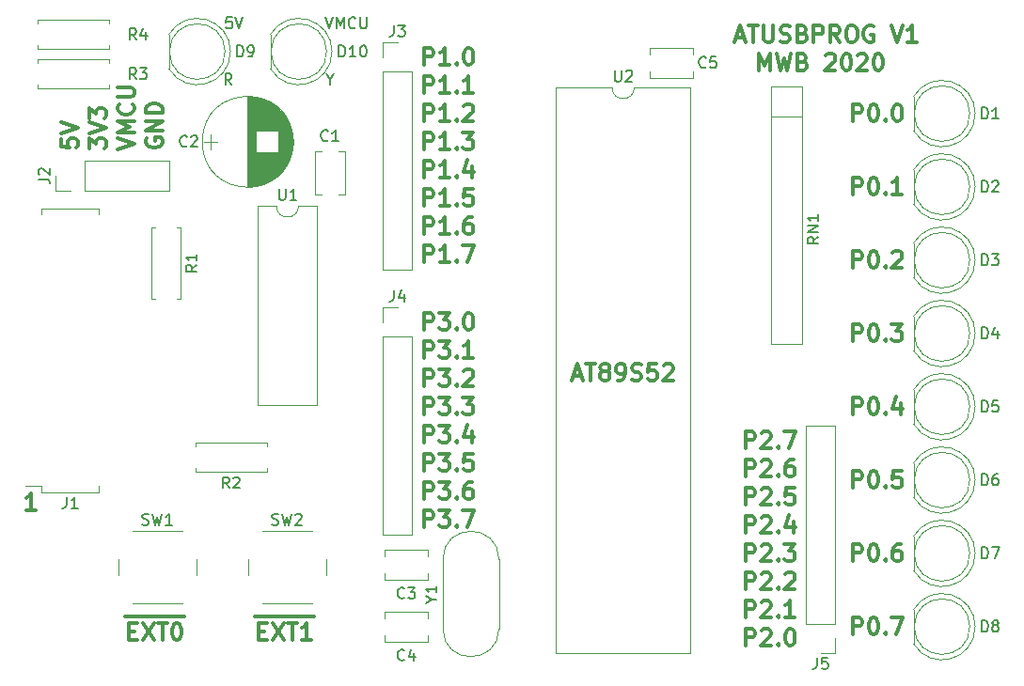
<source format=gbr>
G04 #@! TF.GenerationSoftware,KiCad,Pcbnew,(5.1.5)-3*
G04 #@! TF.CreationDate,2020-04-06T14:20:25-04:00*
G04 #@! TF.ProjectId,atusbprog,61747573-6270-4726-9f67-2e6b69636164,rev?*
G04 #@! TF.SameCoordinates,Original*
G04 #@! TF.FileFunction,Legend,Top*
G04 #@! TF.FilePolarity,Positive*
%FSLAX46Y46*%
G04 Gerber Fmt 4.6, Leading zero omitted, Abs format (unit mm)*
G04 Created by KiCad (PCBNEW (5.1.5)-3) date 2020-04-06 14:20:25*
%MOMM*%
%LPD*%
G04 APERTURE LIST*
%ADD10C,0.150000*%
%ADD11C,0.300000*%
%ADD12C,0.120000*%
G04 APERTURE END LIST*
D10*
X125285523Y-67016380D02*
X124809333Y-67016380D01*
X124761714Y-67492571D01*
X124809333Y-67444952D01*
X124904571Y-67397333D01*
X125142666Y-67397333D01*
X125237904Y-67444952D01*
X125285523Y-67492571D01*
X125333142Y-67587809D01*
X125333142Y-67825904D01*
X125285523Y-67921142D01*
X125237904Y-67968761D01*
X125142666Y-68016380D01*
X124904571Y-68016380D01*
X124809333Y-67968761D01*
X124761714Y-67921142D01*
X125618857Y-67016380D02*
X125952190Y-68016380D01*
X126285523Y-67016380D01*
X133707428Y-67016380D02*
X134040761Y-68016380D01*
X134374095Y-67016380D01*
X134707428Y-68016380D02*
X134707428Y-67016380D01*
X135040761Y-67730666D01*
X135374095Y-67016380D01*
X135374095Y-68016380D01*
X136421714Y-67921142D02*
X136374095Y-67968761D01*
X136231238Y-68016380D01*
X136136000Y-68016380D01*
X135993142Y-67968761D01*
X135897904Y-67873523D01*
X135850285Y-67778285D01*
X135802666Y-67587809D01*
X135802666Y-67444952D01*
X135850285Y-67254476D01*
X135897904Y-67159238D01*
X135993142Y-67064000D01*
X136136000Y-67016380D01*
X136231238Y-67016380D01*
X136374095Y-67064000D01*
X136421714Y-67111619D01*
X136850285Y-67016380D02*
X136850285Y-67825904D01*
X136897904Y-67921142D01*
X136945523Y-67968761D01*
X137040761Y-68016380D01*
X137231238Y-68016380D01*
X137326476Y-67968761D01*
X137374095Y-67921142D01*
X137421714Y-67825904D01*
X137421714Y-67016380D01*
X134112000Y-72620190D02*
X134112000Y-73096380D01*
X133778666Y-72096380D02*
X134112000Y-72620190D01*
X134445333Y-72096380D01*
X125277523Y-73096380D02*
X124944190Y-72620190D01*
X124706095Y-73096380D02*
X124706095Y-72096380D01*
X125087047Y-72096380D01*
X125182285Y-72144000D01*
X125229904Y-72191619D01*
X125277523Y-72286857D01*
X125277523Y-72429714D01*
X125229904Y-72524952D01*
X125182285Y-72572571D01*
X125087047Y-72620190D01*
X124706095Y-72620190D01*
D11*
X172772285Y-71798571D02*
X172772285Y-70298571D01*
X173272285Y-71370000D01*
X173772285Y-70298571D01*
X173772285Y-71798571D01*
X174343714Y-70298571D02*
X174700857Y-71798571D01*
X174986571Y-70727142D01*
X175272285Y-71798571D01*
X175629428Y-70298571D01*
X176700857Y-71012857D02*
X176915142Y-71084285D01*
X176986571Y-71155714D01*
X177058000Y-71298571D01*
X177058000Y-71512857D01*
X176986571Y-71655714D01*
X176915142Y-71727142D01*
X176772285Y-71798571D01*
X176200857Y-71798571D01*
X176200857Y-70298571D01*
X176700857Y-70298571D01*
X176843714Y-70370000D01*
X176915142Y-70441428D01*
X176986571Y-70584285D01*
X176986571Y-70727142D01*
X176915142Y-70870000D01*
X176843714Y-70941428D01*
X176700857Y-71012857D01*
X176200857Y-71012857D01*
X178772285Y-70441428D02*
X178843714Y-70370000D01*
X178986571Y-70298571D01*
X179343714Y-70298571D01*
X179486571Y-70370000D01*
X179558000Y-70441428D01*
X179629428Y-70584285D01*
X179629428Y-70727142D01*
X179558000Y-70941428D01*
X178700857Y-71798571D01*
X179629428Y-71798571D01*
X180558000Y-70298571D02*
X180700857Y-70298571D01*
X180843714Y-70370000D01*
X180915142Y-70441428D01*
X180986571Y-70584285D01*
X181058000Y-70870000D01*
X181058000Y-71227142D01*
X180986571Y-71512857D01*
X180915142Y-71655714D01*
X180843714Y-71727142D01*
X180700857Y-71798571D01*
X180558000Y-71798571D01*
X180415142Y-71727142D01*
X180343714Y-71655714D01*
X180272285Y-71512857D01*
X180200857Y-71227142D01*
X180200857Y-70870000D01*
X180272285Y-70584285D01*
X180343714Y-70441428D01*
X180415142Y-70370000D01*
X180558000Y-70298571D01*
X181629428Y-70441428D02*
X181700857Y-70370000D01*
X181843714Y-70298571D01*
X182200857Y-70298571D01*
X182343714Y-70370000D01*
X182415142Y-70441428D01*
X182486571Y-70584285D01*
X182486571Y-70727142D01*
X182415142Y-70941428D01*
X181558000Y-71798571D01*
X182486571Y-71798571D01*
X183415142Y-70298571D02*
X183558000Y-70298571D01*
X183700857Y-70370000D01*
X183772285Y-70441428D01*
X183843714Y-70584285D01*
X183915142Y-70870000D01*
X183915142Y-71227142D01*
X183843714Y-71512857D01*
X183772285Y-71655714D01*
X183700857Y-71727142D01*
X183558000Y-71798571D01*
X183415142Y-71798571D01*
X183272285Y-71727142D01*
X183200857Y-71655714D01*
X183129428Y-71512857D01*
X183058000Y-71227142D01*
X183058000Y-70870000D01*
X183129428Y-70584285D01*
X183200857Y-70441428D01*
X183272285Y-70370000D01*
X183415142Y-70298571D01*
X170673142Y-68830000D02*
X171387428Y-68830000D01*
X170530285Y-69258571D02*
X171030285Y-67758571D01*
X171530285Y-69258571D01*
X171816000Y-67758571D02*
X172673142Y-67758571D01*
X172244571Y-69258571D02*
X172244571Y-67758571D01*
X173173142Y-67758571D02*
X173173142Y-68972857D01*
X173244571Y-69115714D01*
X173316000Y-69187142D01*
X173458857Y-69258571D01*
X173744571Y-69258571D01*
X173887428Y-69187142D01*
X173958857Y-69115714D01*
X174030285Y-68972857D01*
X174030285Y-67758571D01*
X174673142Y-69187142D02*
X174887428Y-69258571D01*
X175244571Y-69258571D01*
X175387428Y-69187142D01*
X175458857Y-69115714D01*
X175530285Y-68972857D01*
X175530285Y-68830000D01*
X175458857Y-68687142D01*
X175387428Y-68615714D01*
X175244571Y-68544285D01*
X174958857Y-68472857D01*
X174816000Y-68401428D01*
X174744571Y-68330000D01*
X174673142Y-68187142D01*
X174673142Y-68044285D01*
X174744571Y-67901428D01*
X174816000Y-67830000D01*
X174958857Y-67758571D01*
X175316000Y-67758571D01*
X175530285Y-67830000D01*
X176673142Y-68472857D02*
X176887428Y-68544285D01*
X176958857Y-68615714D01*
X177030285Y-68758571D01*
X177030285Y-68972857D01*
X176958857Y-69115714D01*
X176887428Y-69187142D01*
X176744571Y-69258571D01*
X176173142Y-69258571D01*
X176173142Y-67758571D01*
X176673142Y-67758571D01*
X176816000Y-67830000D01*
X176887428Y-67901428D01*
X176958857Y-68044285D01*
X176958857Y-68187142D01*
X176887428Y-68330000D01*
X176816000Y-68401428D01*
X176673142Y-68472857D01*
X176173142Y-68472857D01*
X177673142Y-69258571D02*
X177673142Y-67758571D01*
X178244571Y-67758571D01*
X178387428Y-67830000D01*
X178458857Y-67901428D01*
X178530285Y-68044285D01*
X178530285Y-68258571D01*
X178458857Y-68401428D01*
X178387428Y-68472857D01*
X178244571Y-68544285D01*
X177673142Y-68544285D01*
X180030285Y-69258571D02*
X179530285Y-68544285D01*
X179173142Y-69258571D02*
X179173142Y-67758571D01*
X179744571Y-67758571D01*
X179887428Y-67830000D01*
X179958857Y-67901428D01*
X180030285Y-68044285D01*
X180030285Y-68258571D01*
X179958857Y-68401428D01*
X179887428Y-68472857D01*
X179744571Y-68544285D01*
X179173142Y-68544285D01*
X180958857Y-67758571D02*
X181244571Y-67758571D01*
X181387428Y-67830000D01*
X181530285Y-67972857D01*
X181601714Y-68258571D01*
X181601714Y-68758571D01*
X181530285Y-69044285D01*
X181387428Y-69187142D01*
X181244571Y-69258571D01*
X180958857Y-69258571D01*
X180816000Y-69187142D01*
X180673142Y-69044285D01*
X180601714Y-68758571D01*
X180601714Y-68258571D01*
X180673142Y-67972857D01*
X180816000Y-67830000D01*
X180958857Y-67758571D01*
X183030285Y-67830000D02*
X182887428Y-67758571D01*
X182673142Y-67758571D01*
X182458857Y-67830000D01*
X182316000Y-67972857D01*
X182244571Y-68115714D01*
X182173142Y-68401428D01*
X182173142Y-68615714D01*
X182244571Y-68901428D01*
X182316000Y-69044285D01*
X182458857Y-69187142D01*
X182673142Y-69258571D01*
X182816000Y-69258571D01*
X183030285Y-69187142D01*
X183101714Y-69115714D01*
X183101714Y-68615714D01*
X182816000Y-68615714D01*
X184673142Y-67758571D02*
X185173142Y-69258571D01*
X185673142Y-67758571D01*
X186958857Y-69258571D02*
X186101714Y-69258571D01*
X186530285Y-69258571D02*
X186530285Y-67758571D01*
X186387428Y-67972857D01*
X186244571Y-68115714D01*
X186101714Y-68187142D01*
X156028000Y-99310000D02*
X156742285Y-99310000D01*
X155885142Y-99738571D02*
X156385142Y-98238571D01*
X156885142Y-99738571D01*
X157170857Y-98238571D02*
X158028000Y-98238571D01*
X157599428Y-99738571D02*
X157599428Y-98238571D01*
X158742285Y-98881428D02*
X158599428Y-98810000D01*
X158528000Y-98738571D01*
X158456571Y-98595714D01*
X158456571Y-98524285D01*
X158528000Y-98381428D01*
X158599428Y-98310000D01*
X158742285Y-98238571D01*
X159028000Y-98238571D01*
X159170857Y-98310000D01*
X159242285Y-98381428D01*
X159313714Y-98524285D01*
X159313714Y-98595714D01*
X159242285Y-98738571D01*
X159170857Y-98810000D01*
X159028000Y-98881428D01*
X158742285Y-98881428D01*
X158599428Y-98952857D01*
X158528000Y-99024285D01*
X158456571Y-99167142D01*
X158456571Y-99452857D01*
X158528000Y-99595714D01*
X158599428Y-99667142D01*
X158742285Y-99738571D01*
X159028000Y-99738571D01*
X159170857Y-99667142D01*
X159242285Y-99595714D01*
X159313714Y-99452857D01*
X159313714Y-99167142D01*
X159242285Y-99024285D01*
X159170857Y-98952857D01*
X159028000Y-98881428D01*
X160028000Y-99738571D02*
X160313714Y-99738571D01*
X160456571Y-99667142D01*
X160528000Y-99595714D01*
X160670857Y-99381428D01*
X160742285Y-99095714D01*
X160742285Y-98524285D01*
X160670857Y-98381428D01*
X160599428Y-98310000D01*
X160456571Y-98238571D01*
X160170857Y-98238571D01*
X160028000Y-98310000D01*
X159956571Y-98381428D01*
X159885142Y-98524285D01*
X159885142Y-98881428D01*
X159956571Y-99024285D01*
X160028000Y-99095714D01*
X160170857Y-99167142D01*
X160456571Y-99167142D01*
X160599428Y-99095714D01*
X160670857Y-99024285D01*
X160742285Y-98881428D01*
X161313714Y-99667142D02*
X161528000Y-99738571D01*
X161885142Y-99738571D01*
X162028000Y-99667142D01*
X162099428Y-99595714D01*
X162170857Y-99452857D01*
X162170857Y-99310000D01*
X162099428Y-99167142D01*
X162028000Y-99095714D01*
X161885142Y-99024285D01*
X161599428Y-98952857D01*
X161456571Y-98881428D01*
X161385142Y-98810000D01*
X161313714Y-98667142D01*
X161313714Y-98524285D01*
X161385142Y-98381428D01*
X161456571Y-98310000D01*
X161599428Y-98238571D01*
X161956571Y-98238571D01*
X162170857Y-98310000D01*
X163528000Y-98238571D02*
X162813714Y-98238571D01*
X162742285Y-98952857D01*
X162813714Y-98881428D01*
X162956571Y-98810000D01*
X163313714Y-98810000D01*
X163456571Y-98881428D01*
X163528000Y-98952857D01*
X163599428Y-99095714D01*
X163599428Y-99452857D01*
X163528000Y-99595714D01*
X163456571Y-99667142D01*
X163313714Y-99738571D01*
X162956571Y-99738571D01*
X162813714Y-99667142D01*
X162742285Y-99595714D01*
X164170857Y-98381428D02*
X164242285Y-98310000D01*
X164385142Y-98238571D01*
X164742285Y-98238571D01*
X164885142Y-98310000D01*
X164956571Y-98381428D01*
X165028000Y-98524285D01*
X165028000Y-98667142D01*
X164956571Y-98881428D01*
X164099428Y-99738571D01*
X165028000Y-99738571D01*
X127369428Y-120958000D02*
X128726571Y-120958000D01*
X127726571Y-122320857D02*
X128226571Y-122320857D01*
X128440857Y-123106571D02*
X127726571Y-123106571D01*
X127726571Y-121606571D01*
X128440857Y-121606571D01*
X128726571Y-120958000D02*
X130155142Y-120958000D01*
X128940857Y-121606571D02*
X129940857Y-123106571D01*
X129940857Y-121606571D02*
X128940857Y-123106571D01*
X130155142Y-120958000D02*
X131298000Y-120958000D01*
X130298000Y-121606571D02*
X131155142Y-121606571D01*
X130726571Y-123106571D02*
X130726571Y-121606571D01*
X131298000Y-120958000D02*
X132726571Y-120958000D01*
X132440857Y-123106571D02*
X131583714Y-123106571D01*
X132012285Y-123106571D02*
X132012285Y-121606571D01*
X131869428Y-121820857D01*
X131726571Y-121963714D01*
X131583714Y-122035142D01*
X115685428Y-120958000D02*
X117042571Y-120958000D01*
X116042571Y-122320857D02*
X116542571Y-122320857D01*
X116756857Y-123106571D02*
X116042571Y-123106571D01*
X116042571Y-121606571D01*
X116756857Y-121606571D01*
X117042571Y-120958000D02*
X118471142Y-120958000D01*
X117256857Y-121606571D02*
X118256857Y-123106571D01*
X118256857Y-121606571D02*
X117256857Y-123106571D01*
X118471142Y-120958000D02*
X119614000Y-120958000D01*
X118614000Y-121606571D02*
X119471142Y-121606571D01*
X119042571Y-123106571D02*
X119042571Y-121606571D01*
X119614000Y-120958000D02*
X121042571Y-120958000D01*
X120256857Y-121606571D02*
X120399714Y-121606571D01*
X120542571Y-121678000D01*
X120614000Y-121749428D01*
X120685428Y-121892285D01*
X120756857Y-122178000D01*
X120756857Y-122535142D01*
X120685428Y-122820857D01*
X120614000Y-122963714D01*
X120542571Y-123035142D01*
X120399714Y-123106571D01*
X120256857Y-123106571D01*
X120114000Y-123035142D01*
X120042571Y-122963714D01*
X119971142Y-122820857D01*
X119899714Y-122535142D01*
X119899714Y-122178000D01*
X119971142Y-121892285D01*
X120042571Y-121749428D01*
X120114000Y-121678000D01*
X120256857Y-121606571D01*
X115002571Y-78910142D02*
X116502571Y-78410142D01*
X115002571Y-77910142D01*
X116502571Y-77410142D02*
X115002571Y-77410142D01*
X116074000Y-76910142D01*
X115002571Y-76410142D01*
X116502571Y-76410142D01*
X116359714Y-74838714D02*
X116431142Y-74910142D01*
X116502571Y-75124428D01*
X116502571Y-75267285D01*
X116431142Y-75481571D01*
X116288285Y-75624428D01*
X116145428Y-75695857D01*
X115859714Y-75767285D01*
X115645428Y-75767285D01*
X115359714Y-75695857D01*
X115216857Y-75624428D01*
X115074000Y-75481571D01*
X115002571Y-75267285D01*
X115002571Y-75124428D01*
X115074000Y-74910142D01*
X115145428Y-74838714D01*
X115002571Y-74195857D02*
X116216857Y-74195857D01*
X116359714Y-74124428D01*
X116431142Y-74053000D01*
X116502571Y-73910142D01*
X116502571Y-73624428D01*
X116431142Y-73481571D01*
X116359714Y-73410142D01*
X116216857Y-73338714D01*
X115002571Y-73338714D01*
X112462571Y-78838714D02*
X112462571Y-77910142D01*
X113034000Y-78410142D01*
X113034000Y-78195857D01*
X113105428Y-78053000D01*
X113176857Y-77981571D01*
X113319714Y-77910142D01*
X113676857Y-77910142D01*
X113819714Y-77981571D01*
X113891142Y-78053000D01*
X113962571Y-78195857D01*
X113962571Y-78624428D01*
X113891142Y-78767285D01*
X113819714Y-78838714D01*
X112462571Y-77481571D02*
X113962571Y-76981571D01*
X112462571Y-76481571D01*
X112462571Y-76124428D02*
X112462571Y-75195857D01*
X113034000Y-75695857D01*
X113034000Y-75481571D01*
X113105428Y-75338714D01*
X113176857Y-75267285D01*
X113319714Y-75195857D01*
X113676857Y-75195857D01*
X113819714Y-75267285D01*
X113891142Y-75338714D01*
X113962571Y-75481571D01*
X113962571Y-75910142D01*
X113891142Y-76053000D01*
X113819714Y-76124428D01*
X117614000Y-77910142D02*
X117542571Y-78053000D01*
X117542571Y-78267285D01*
X117614000Y-78481571D01*
X117756857Y-78624428D01*
X117899714Y-78695857D01*
X118185428Y-78767285D01*
X118399714Y-78767285D01*
X118685428Y-78695857D01*
X118828285Y-78624428D01*
X118971142Y-78481571D01*
X119042571Y-78267285D01*
X119042571Y-78124428D01*
X118971142Y-77910142D01*
X118899714Y-77838714D01*
X118399714Y-77838714D01*
X118399714Y-78124428D01*
X119042571Y-77195857D02*
X117542571Y-77195857D01*
X119042571Y-76338714D01*
X117542571Y-76338714D01*
X119042571Y-75624428D02*
X117542571Y-75624428D01*
X117542571Y-75267285D01*
X117614000Y-75053000D01*
X117756857Y-74910142D01*
X117899714Y-74838714D01*
X118185428Y-74767285D01*
X118399714Y-74767285D01*
X118685428Y-74838714D01*
X118828285Y-74910142D01*
X118971142Y-75053000D01*
X119042571Y-75267285D01*
X119042571Y-75624428D01*
X109922571Y-77981571D02*
X109922571Y-78695857D01*
X110636857Y-78767285D01*
X110565428Y-78695857D01*
X110494000Y-78553000D01*
X110494000Y-78195857D01*
X110565428Y-78053000D01*
X110636857Y-77981571D01*
X110779714Y-77910142D01*
X111136857Y-77910142D01*
X111279714Y-77981571D01*
X111351142Y-78053000D01*
X111422571Y-78195857D01*
X111422571Y-78553000D01*
X111351142Y-78695857D01*
X111279714Y-78767285D01*
X109922571Y-77481571D02*
X111422571Y-76981571D01*
X109922571Y-76481571D01*
X181209428Y-122598571D02*
X181209428Y-121098571D01*
X181780857Y-121098571D01*
X181923714Y-121170000D01*
X181995142Y-121241428D01*
X182066571Y-121384285D01*
X182066571Y-121598571D01*
X181995142Y-121741428D01*
X181923714Y-121812857D01*
X181780857Y-121884285D01*
X181209428Y-121884285D01*
X182995142Y-121098571D02*
X183138000Y-121098571D01*
X183280857Y-121170000D01*
X183352285Y-121241428D01*
X183423714Y-121384285D01*
X183495142Y-121670000D01*
X183495142Y-122027142D01*
X183423714Y-122312857D01*
X183352285Y-122455714D01*
X183280857Y-122527142D01*
X183138000Y-122598571D01*
X182995142Y-122598571D01*
X182852285Y-122527142D01*
X182780857Y-122455714D01*
X182709428Y-122312857D01*
X182638000Y-122027142D01*
X182638000Y-121670000D01*
X182709428Y-121384285D01*
X182780857Y-121241428D01*
X182852285Y-121170000D01*
X182995142Y-121098571D01*
X184138000Y-122455714D02*
X184209428Y-122527142D01*
X184138000Y-122598571D01*
X184066571Y-122527142D01*
X184138000Y-122455714D01*
X184138000Y-122598571D01*
X184709428Y-121098571D02*
X185709428Y-121098571D01*
X185066571Y-122598571D01*
X181209428Y-115994571D02*
X181209428Y-114494571D01*
X181780857Y-114494571D01*
X181923714Y-114566000D01*
X181995142Y-114637428D01*
X182066571Y-114780285D01*
X182066571Y-114994571D01*
X181995142Y-115137428D01*
X181923714Y-115208857D01*
X181780857Y-115280285D01*
X181209428Y-115280285D01*
X182995142Y-114494571D02*
X183138000Y-114494571D01*
X183280857Y-114566000D01*
X183352285Y-114637428D01*
X183423714Y-114780285D01*
X183495142Y-115066000D01*
X183495142Y-115423142D01*
X183423714Y-115708857D01*
X183352285Y-115851714D01*
X183280857Y-115923142D01*
X183138000Y-115994571D01*
X182995142Y-115994571D01*
X182852285Y-115923142D01*
X182780857Y-115851714D01*
X182709428Y-115708857D01*
X182638000Y-115423142D01*
X182638000Y-115066000D01*
X182709428Y-114780285D01*
X182780857Y-114637428D01*
X182852285Y-114566000D01*
X182995142Y-114494571D01*
X184138000Y-115851714D02*
X184209428Y-115923142D01*
X184138000Y-115994571D01*
X184066571Y-115923142D01*
X184138000Y-115851714D01*
X184138000Y-115994571D01*
X185495142Y-114494571D02*
X185209428Y-114494571D01*
X185066571Y-114566000D01*
X184995142Y-114637428D01*
X184852285Y-114851714D01*
X184780857Y-115137428D01*
X184780857Y-115708857D01*
X184852285Y-115851714D01*
X184923714Y-115923142D01*
X185066571Y-115994571D01*
X185352285Y-115994571D01*
X185495142Y-115923142D01*
X185566571Y-115851714D01*
X185638000Y-115708857D01*
X185638000Y-115351714D01*
X185566571Y-115208857D01*
X185495142Y-115137428D01*
X185352285Y-115066000D01*
X185066571Y-115066000D01*
X184923714Y-115137428D01*
X184852285Y-115208857D01*
X184780857Y-115351714D01*
X181209428Y-109390571D02*
X181209428Y-107890571D01*
X181780857Y-107890571D01*
X181923714Y-107962000D01*
X181995142Y-108033428D01*
X182066571Y-108176285D01*
X182066571Y-108390571D01*
X181995142Y-108533428D01*
X181923714Y-108604857D01*
X181780857Y-108676285D01*
X181209428Y-108676285D01*
X182995142Y-107890571D02*
X183138000Y-107890571D01*
X183280857Y-107962000D01*
X183352285Y-108033428D01*
X183423714Y-108176285D01*
X183495142Y-108462000D01*
X183495142Y-108819142D01*
X183423714Y-109104857D01*
X183352285Y-109247714D01*
X183280857Y-109319142D01*
X183138000Y-109390571D01*
X182995142Y-109390571D01*
X182852285Y-109319142D01*
X182780857Y-109247714D01*
X182709428Y-109104857D01*
X182638000Y-108819142D01*
X182638000Y-108462000D01*
X182709428Y-108176285D01*
X182780857Y-108033428D01*
X182852285Y-107962000D01*
X182995142Y-107890571D01*
X184138000Y-109247714D02*
X184209428Y-109319142D01*
X184138000Y-109390571D01*
X184066571Y-109319142D01*
X184138000Y-109247714D01*
X184138000Y-109390571D01*
X185566571Y-107890571D02*
X184852285Y-107890571D01*
X184780857Y-108604857D01*
X184852285Y-108533428D01*
X184995142Y-108462000D01*
X185352285Y-108462000D01*
X185495142Y-108533428D01*
X185566571Y-108604857D01*
X185638000Y-108747714D01*
X185638000Y-109104857D01*
X185566571Y-109247714D01*
X185495142Y-109319142D01*
X185352285Y-109390571D01*
X184995142Y-109390571D01*
X184852285Y-109319142D01*
X184780857Y-109247714D01*
X181209428Y-102786571D02*
X181209428Y-101286571D01*
X181780857Y-101286571D01*
X181923714Y-101358000D01*
X181995142Y-101429428D01*
X182066571Y-101572285D01*
X182066571Y-101786571D01*
X181995142Y-101929428D01*
X181923714Y-102000857D01*
X181780857Y-102072285D01*
X181209428Y-102072285D01*
X182995142Y-101286571D02*
X183138000Y-101286571D01*
X183280857Y-101358000D01*
X183352285Y-101429428D01*
X183423714Y-101572285D01*
X183495142Y-101858000D01*
X183495142Y-102215142D01*
X183423714Y-102500857D01*
X183352285Y-102643714D01*
X183280857Y-102715142D01*
X183138000Y-102786571D01*
X182995142Y-102786571D01*
X182852285Y-102715142D01*
X182780857Y-102643714D01*
X182709428Y-102500857D01*
X182638000Y-102215142D01*
X182638000Y-101858000D01*
X182709428Y-101572285D01*
X182780857Y-101429428D01*
X182852285Y-101358000D01*
X182995142Y-101286571D01*
X184138000Y-102643714D02*
X184209428Y-102715142D01*
X184138000Y-102786571D01*
X184066571Y-102715142D01*
X184138000Y-102643714D01*
X184138000Y-102786571D01*
X185495142Y-101786571D02*
X185495142Y-102786571D01*
X185138000Y-101215142D02*
X184780857Y-102286571D01*
X185709428Y-102286571D01*
X181209428Y-96182571D02*
X181209428Y-94682571D01*
X181780857Y-94682571D01*
X181923714Y-94754000D01*
X181995142Y-94825428D01*
X182066571Y-94968285D01*
X182066571Y-95182571D01*
X181995142Y-95325428D01*
X181923714Y-95396857D01*
X181780857Y-95468285D01*
X181209428Y-95468285D01*
X182995142Y-94682571D02*
X183138000Y-94682571D01*
X183280857Y-94754000D01*
X183352285Y-94825428D01*
X183423714Y-94968285D01*
X183495142Y-95254000D01*
X183495142Y-95611142D01*
X183423714Y-95896857D01*
X183352285Y-96039714D01*
X183280857Y-96111142D01*
X183138000Y-96182571D01*
X182995142Y-96182571D01*
X182852285Y-96111142D01*
X182780857Y-96039714D01*
X182709428Y-95896857D01*
X182638000Y-95611142D01*
X182638000Y-95254000D01*
X182709428Y-94968285D01*
X182780857Y-94825428D01*
X182852285Y-94754000D01*
X182995142Y-94682571D01*
X184138000Y-96039714D02*
X184209428Y-96111142D01*
X184138000Y-96182571D01*
X184066571Y-96111142D01*
X184138000Y-96039714D01*
X184138000Y-96182571D01*
X184709428Y-94682571D02*
X185638000Y-94682571D01*
X185138000Y-95254000D01*
X185352285Y-95254000D01*
X185495142Y-95325428D01*
X185566571Y-95396857D01*
X185638000Y-95539714D01*
X185638000Y-95896857D01*
X185566571Y-96039714D01*
X185495142Y-96111142D01*
X185352285Y-96182571D01*
X184923714Y-96182571D01*
X184780857Y-96111142D01*
X184709428Y-96039714D01*
X181209428Y-89578571D02*
X181209428Y-88078571D01*
X181780857Y-88078571D01*
X181923714Y-88150000D01*
X181995142Y-88221428D01*
X182066571Y-88364285D01*
X182066571Y-88578571D01*
X181995142Y-88721428D01*
X181923714Y-88792857D01*
X181780857Y-88864285D01*
X181209428Y-88864285D01*
X182995142Y-88078571D02*
X183138000Y-88078571D01*
X183280857Y-88150000D01*
X183352285Y-88221428D01*
X183423714Y-88364285D01*
X183495142Y-88650000D01*
X183495142Y-89007142D01*
X183423714Y-89292857D01*
X183352285Y-89435714D01*
X183280857Y-89507142D01*
X183138000Y-89578571D01*
X182995142Y-89578571D01*
X182852285Y-89507142D01*
X182780857Y-89435714D01*
X182709428Y-89292857D01*
X182638000Y-89007142D01*
X182638000Y-88650000D01*
X182709428Y-88364285D01*
X182780857Y-88221428D01*
X182852285Y-88150000D01*
X182995142Y-88078571D01*
X184138000Y-89435714D02*
X184209428Y-89507142D01*
X184138000Y-89578571D01*
X184066571Y-89507142D01*
X184138000Y-89435714D01*
X184138000Y-89578571D01*
X184780857Y-88221428D02*
X184852285Y-88150000D01*
X184995142Y-88078571D01*
X185352285Y-88078571D01*
X185495142Y-88150000D01*
X185566571Y-88221428D01*
X185638000Y-88364285D01*
X185638000Y-88507142D01*
X185566571Y-88721428D01*
X184709428Y-89578571D01*
X185638000Y-89578571D01*
X181209428Y-82974571D02*
X181209428Y-81474571D01*
X181780857Y-81474571D01*
X181923714Y-81546000D01*
X181995142Y-81617428D01*
X182066571Y-81760285D01*
X182066571Y-81974571D01*
X181995142Y-82117428D01*
X181923714Y-82188857D01*
X181780857Y-82260285D01*
X181209428Y-82260285D01*
X182995142Y-81474571D02*
X183138000Y-81474571D01*
X183280857Y-81546000D01*
X183352285Y-81617428D01*
X183423714Y-81760285D01*
X183495142Y-82046000D01*
X183495142Y-82403142D01*
X183423714Y-82688857D01*
X183352285Y-82831714D01*
X183280857Y-82903142D01*
X183138000Y-82974571D01*
X182995142Y-82974571D01*
X182852285Y-82903142D01*
X182780857Y-82831714D01*
X182709428Y-82688857D01*
X182638000Y-82403142D01*
X182638000Y-82046000D01*
X182709428Y-81760285D01*
X182780857Y-81617428D01*
X182852285Y-81546000D01*
X182995142Y-81474571D01*
X184138000Y-82831714D02*
X184209428Y-82903142D01*
X184138000Y-82974571D01*
X184066571Y-82903142D01*
X184138000Y-82831714D01*
X184138000Y-82974571D01*
X185638000Y-82974571D02*
X184780857Y-82974571D01*
X185209428Y-82974571D02*
X185209428Y-81474571D01*
X185066571Y-81688857D01*
X184923714Y-81831714D01*
X184780857Y-81903142D01*
X181209428Y-76370571D02*
X181209428Y-74870571D01*
X181780857Y-74870571D01*
X181923714Y-74942000D01*
X181995142Y-75013428D01*
X182066571Y-75156285D01*
X182066571Y-75370571D01*
X181995142Y-75513428D01*
X181923714Y-75584857D01*
X181780857Y-75656285D01*
X181209428Y-75656285D01*
X182995142Y-74870571D02*
X183138000Y-74870571D01*
X183280857Y-74942000D01*
X183352285Y-75013428D01*
X183423714Y-75156285D01*
X183495142Y-75442000D01*
X183495142Y-75799142D01*
X183423714Y-76084857D01*
X183352285Y-76227714D01*
X183280857Y-76299142D01*
X183138000Y-76370571D01*
X182995142Y-76370571D01*
X182852285Y-76299142D01*
X182780857Y-76227714D01*
X182709428Y-76084857D01*
X182638000Y-75799142D01*
X182638000Y-75442000D01*
X182709428Y-75156285D01*
X182780857Y-75013428D01*
X182852285Y-74942000D01*
X182995142Y-74870571D01*
X184138000Y-76227714D02*
X184209428Y-76299142D01*
X184138000Y-76370571D01*
X184066571Y-76299142D01*
X184138000Y-76227714D01*
X184138000Y-76370571D01*
X185138000Y-74870571D02*
X185280857Y-74870571D01*
X185423714Y-74942000D01*
X185495142Y-75013428D01*
X185566571Y-75156285D01*
X185638000Y-75442000D01*
X185638000Y-75799142D01*
X185566571Y-76084857D01*
X185495142Y-76227714D01*
X185423714Y-76299142D01*
X185280857Y-76370571D01*
X185138000Y-76370571D01*
X184995142Y-76299142D01*
X184923714Y-76227714D01*
X184852285Y-76084857D01*
X184780857Y-75799142D01*
X184780857Y-75442000D01*
X184852285Y-75156285D01*
X184923714Y-75013428D01*
X184995142Y-74942000D01*
X185138000Y-74870571D01*
X171557428Y-105834571D02*
X171557428Y-104334571D01*
X172128857Y-104334571D01*
X172271714Y-104406000D01*
X172343142Y-104477428D01*
X172414571Y-104620285D01*
X172414571Y-104834571D01*
X172343142Y-104977428D01*
X172271714Y-105048857D01*
X172128857Y-105120285D01*
X171557428Y-105120285D01*
X172986000Y-104477428D02*
X173057428Y-104406000D01*
X173200285Y-104334571D01*
X173557428Y-104334571D01*
X173700285Y-104406000D01*
X173771714Y-104477428D01*
X173843142Y-104620285D01*
X173843142Y-104763142D01*
X173771714Y-104977428D01*
X172914571Y-105834571D01*
X173843142Y-105834571D01*
X174486000Y-105691714D02*
X174557428Y-105763142D01*
X174486000Y-105834571D01*
X174414571Y-105763142D01*
X174486000Y-105691714D01*
X174486000Y-105834571D01*
X175057428Y-104334571D02*
X176057428Y-104334571D01*
X175414571Y-105834571D01*
X171557428Y-108374571D02*
X171557428Y-106874571D01*
X172128857Y-106874571D01*
X172271714Y-106946000D01*
X172343142Y-107017428D01*
X172414571Y-107160285D01*
X172414571Y-107374571D01*
X172343142Y-107517428D01*
X172271714Y-107588857D01*
X172128857Y-107660285D01*
X171557428Y-107660285D01*
X172986000Y-107017428D02*
X173057428Y-106946000D01*
X173200285Y-106874571D01*
X173557428Y-106874571D01*
X173700285Y-106946000D01*
X173771714Y-107017428D01*
X173843142Y-107160285D01*
X173843142Y-107303142D01*
X173771714Y-107517428D01*
X172914571Y-108374571D01*
X173843142Y-108374571D01*
X174486000Y-108231714D02*
X174557428Y-108303142D01*
X174486000Y-108374571D01*
X174414571Y-108303142D01*
X174486000Y-108231714D01*
X174486000Y-108374571D01*
X175843142Y-106874571D02*
X175557428Y-106874571D01*
X175414571Y-106946000D01*
X175343142Y-107017428D01*
X175200285Y-107231714D01*
X175128857Y-107517428D01*
X175128857Y-108088857D01*
X175200285Y-108231714D01*
X175271714Y-108303142D01*
X175414571Y-108374571D01*
X175700285Y-108374571D01*
X175843142Y-108303142D01*
X175914571Y-108231714D01*
X175986000Y-108088857D01*
X175986000Y-107731714D01*
X175914571Y-107588857D01*
X175843142Y-107517428D01*
X175700285Y-107446000D01*
X175414571Y-107446000D01*
X175271714Y-107517428D01*
X175200285Y-107588857D01*
X175128857Y-107731714D01*
X171557428Y-110914571D02*
X171557428Y-109414571D01*
X172128857Y-109414571D01*
X172271714Y-109486000D01*
X172343142Y-109557428D01*
X172414571Y-109700285D01*
X172414571Y-109914571D01*
X172343142Y-110057428D01*
X172271714Y-110128857D01*
X172128857Y-110200285D01*
X171557428Y-110200285D01*
X172986000Y-109557428D02*
X173057428Y-109486000D01*
X173200285Y-109414571D01*
X173557428Y-109414571D01*
X173700285Y-109486000D01*
X173771714Y-109557428D01*
X173843142Y-109700285D01*
X173843142Y-109843142D01*
X173771714Y-110057428D01*
X172914571Y-110914571D01*
X173843142Y-110914571D01*
X174486000Y-110771714D02*
X174557428Y-110843142D01*
X174486000Y-110914571D01*
X174414571Y-110843142D01*
X174486000Y-110771714D01*
X174486000Y-110914571D01*
X175914571Y-109414571D02*
X175200285Y-109414571D01*
X175128857Y-110128857D01*
X175200285Y-110057428D01*
X175343142Y-109986000D01*
X175700285Y-109986000D01*
X175843142Y-110057428D01*
X175914571Y-110128857D01*
X175986000Y-110271714D01*
X175986000Y-110628857D01*
X175914571Y-110771714D01*
X175843142Y-110843142D01*
X175700285Y-110914571D01*
X175343142Y-110914571D01*
X175200285Y-110843142D01*
X175128857Y-110771714D01*
X171557428Y-113454571D02*
X171557428Y-111954571D01*
X172128857Y-111954571D01*
X172271714Y-112026000D01*
X172343142Y-112097428D01*
X172414571Y-112240285D01*
X172414571Y-112454571D01*
X172343142Y-112597428D01*
X172271714Y-112668857D01*
X172128857Y-112740285D01*
X171557428Y-112740285D01*
X172986000Y-112097428D02*
X173057428Y-112026000D01*
X173200285Y-111954571D01*
X173557428Y-111954571D01*
X173700285Y-112026000D01*
X173771714Y-112097428D01*
X173843142Y-112240285D01*
X173843142Y-112383142D01*
X173771714Y-112597428D01*
X172914571Y-113454571D01*
X173843142Y-113454571D01*
X174486000Y-113311714D02*
X174557428Y-113383142D01*
X174486000Y-113454571D01*
X174414571Y-113383142D01*
X174486000Y-113311714D01*
X174486000Y-113454571D01*
X175843142Y-112454571D02*
X175843142Y-113454571D01*
X175486000Y-111883142D02*
X175128857Y-112954571D01*
X176057428Y-112954571D01*
X171557428Y-115994571D02*
X171557428Y-114494571D01*
X172128857Y-114494571D01*
X172271714Y-114566000D01*
X172343142Y-114637428D01*
X172414571Y-114780285D01*
X172414571Y-114994571D01*
X172343142Y-115137428D01*
X172271714Y-115208857D01*
X172128857Y-115280285D01*
X171557428Y-115280285D01*
X172986000Y-114637428D02*
X173057428Y-114566000D01*
X173200285Y-114494571D01*
X173557428Y-114494571D01*
X173700285Y-114566000D01*
X173771714Y-114637428D01*
X173843142Y-114780285D01*
X173843142Y-114923142D01*
X173771714Y-115137428D01*
X172914571Y-115994571D01*
X173843142Y-115994571D01*
X174486000Y-115851714D02*
X174557428Y-115923142D01*
X174486000Y-115994571D01*
X174414571Y-115923142D01*
X174486000Y-115851714D01*
X174486000Y-115994571D01*
X175057428Y-114494571D02*
X175986000Y-114494571D01*
X175486000Y-115066000D01*
X175700285Y-115066000D01*
X175843142Y-115137428D01*
X175914571Y-115208857D01*
X175986000Y-115351714D01*
X175986000Y-115708857D01*
X175914571Y-115851714D01*
X175843142Y-115923142D01*
X175700285Y-115994571D01*
X175271714Y-115994571D01*
X175128857Y-115923142D01*
X175057428Y-115851714D01*
X171557428Y-118534571D02*
X171557428Y-117034571D01*
X172128857Y-117034571D01*
X172271714Y-117106000D01*
X172343142Y-117177428D01*
X172414571Y-117320285D01*
X172414571Y-117534571D01*
X172343142Y-117677428D01*
X172271714Y-117748857D01*
X172128857Y-117820285D01*
X171557428Y-117820285D01*
X172986000Y-117177428D02*
X173057428Y-117106000D01*
X173200285Y-117034571D01*
X173557428Y-117034571D01*
X173700285Y-117106000D01*
X173771714Y-117177428D01*
X173843142Y-117320285D01*
X173843142Y-117463142D01*
X173771714Y-117677428D01*
X172914571Y-118534571D01*
X173843142Y-118534571D01*
X174486000Y-118391714D02*
X174557428Y-118463142D01*
X174486000Y-118534571D01*
X174414571Y-118463142D01*
X174486000Y-118391714D01*
X174486000Y-118534571D01*
X175128857Y-117177428D02*
X175200285Y-117106000D01*
X175343142Y-117034571D01*
X175700285Y-117034571D01*
X175843142Y-117106000D01*
X175914571Y-117177428D01*
X175986000Y-117320285D01*
X175986000Y-117463142D01*
X175914571Y-117677428D01*
X175057428Y-118534571D01*
X175986000Y-118534571D01*
X171557428Y-121074571D02*
X171557428Y-119574571D01*
X172128857Y-119574571D01*
X172271714Y-119646000D01*
X172343142Y-119717428D01*
X172414571Y-119860285D01*
X172414571Y-120074571D01*
X172343142Y-120217428D01*
X172271714Y-120288857D01*
X172128857Y-120360285D01*
X171557428Y-120360285D01*
X172986000Y-119717428D02*
X173057428Y-119646000D01*
X173200285Y-119574571D01*
X173557428Y-119574571D01*
X173700285Y-119646000D01*
X173771714Y-119717428D01*
X173843142Y-119860285D01*
X173843142Y-120003142D01*
X173771714Y-120217428D01*
X172914571Y-121074571D01*
X173843142Y-121074571D01*
X174486000Y-120931714D02*
X174557428Y-121003142D01*
X174486000Y-121074571D01*
X174414571Y-121003142D01*
X174486000Y-120931714D01*
X174486000Y-121074571D01*
X175986000Y-121074571D02*
X175128857Y-121074571D01*
X175557428Y-121074571D02*
X175557428Y-119574571D01*
X175414571Y-119788857D01*
X175271714Y-119931714D01*
X175128857Y-120003142D01*
X171557428Y-123614571D02*
X171557428Y-122114571D01*
X172128857Y-122114571D01*
X172271714Y-122186000D01*
X172343142Y-122257428D01*
X172414571Y-122400285D01*
X172414571Y-122614571D01*
X172343142Y-122757428D01*
X172271714Y-122828857D01*
X172128857Y-122900285D01*
X171557428Y-122900285D01*
X172986000Y-122257428D02*
X173057428Y-122186000D01*
X173200285Y-122114571D01*
X173557428Y-122114571D01*
X173700285Y-122186000D01*
X173771714Y-122257428D01*
X173843142Y-122400285D01*
X173843142Y-122543142D01*
X173771714Y-122757428D01*
X172914571Y-123614571D01*
X173843142Y-123614571D01*
X174486000Y-123471714D02*
X174557428Y-123543142D01*
X174486000Y-123614571D01*
X174414571Y-123543142D01*
X174486000Y-123471714D01*
X174486000Y-123614571D01*
X175486000Y-122114571D02*
X175628857Y-122114571D01*
X175771714Y-122186000D01*
X175843142Y-122257428D01*
X175914571Y-122400285D01*
X175986000Y-122686000D01*
X175986000Y-123043142D01*
X175914571Y-123328857D01*
X175843142Y-123471714D01*
X175771714Y-123543142D01*
X175628857Y-123614571D01*
X175486000Y-123614571D01*
X175343142Y-123543142D01*
X175271714Y-123471714D01*
X175200285Y-123328857D01*
X175128857Y-123043142D01*
X175128857Y-122686000D01*
X175200285Y-122400285D01*
X175271714Y-122257428D01*
X175343142Y-122186000D01*
X175486000Y-122114571D01*
X142601428Y-89070571D02*
X142601428Y-87570571D01*
X143172857Y-87570571D01*
X143315714Y-87642000D01*
X143387142Y-87713428D01*
X143458571Y-87856285D01*
X143458571Y-88070571D01*
X143387142Y-88213428D01*
X143315714Y-88284857D01*
X143172857Y-88356285D01*
X142601428Y-88356285D01*
X144887142Y-89070571D02*
X144030000Y-89070571D01*
X144458571Y-89070571D02*
X144458571Y-87570571D01*
X144315714Y-87784857D01*
X144172857Y-87927714D01*
X144030000Y-87999142D01*
X145530000Y-88927714D02*
X145601428Y-88999142D01*
X145530000Y-89070571D01*
X145458571Y-88999142D01*
X145530000Y-88927714D01*
X145530000Y-89070571D01*
X146101428Y-87570571D02*
X147101428Y-87570571D01*
X146458571Y-89070571D01*
X142601428Y-86530571D02*
X142601428Y-85030571D01*
X143172857Y-85030571D01*
X143315714Y-85102000D01*
X143387142Y-85173428D01*
X143458571Y-85316285D01*
X143458571Y-85530571D01*
X143387142Y-85673428D01*
X143315714Y-85744857D01*
X143172857Y-85816285D01*
X142601428Y-85816285D01*
X144887142Y-86530571D02*
X144030000Y-86530571D01*
X144458571Y-86530571D02*
X144458571Y-85030571D01*
X144315714Y-85244857D01*
X144172857Y-85387714D01*
X144030000Y-85459142D01*
X145530000Y-86387714D02*
X145601428Y-86459142D01*
X145530000Y-86530571D01*
X145458571Y-86459142D01*
X145530000Y-86387714D01*
X145530000Y-86530571D01*
X146887142Y-85030571D02*
X146601428Y-85030571D01*
X146458571Y-85102000D01*
X146387142Y-85173428D01*
X146244285Y-85387714D01*
X146172857Y-85673428D01*
X146172857Y-86244857D01*
X146244285Y-86387714D01*
X146315714Y-86459142D01*
X146458571Y-86530571D01*
X146744285Y-86530571D01*
X146887142Y-86459142D01*
X146958571Y-86387714D01*
X147030000Y-86244857D01*
X147030000Y-85887714D01*
X146958571Y-85744857D01*
X146887142Y-85673428D01*
X146744285Y-85602000D01*
X146458571Y-85602000D01*
X146315714Y-85673428D01*
X146244285Y-85744857D01*
X146172857Y-85887714D01*
X142601428Y-83990571D02*
X142601428Y-82490571D01*
X143172857Y-82490571D01*
X143315714Y-82562000D01*
X143387142Y-82633428D01*
X143458571Y-82776285D01*
X143458571Y-82990571D01*
X143387142Y-83133428D01*
X143315714Y-83204857D01*
X143172857Y-83276285D01*
X142601428Y-83276285D01*
X144887142Y-83990571D02*
X144030000Y-83990571D01*
X144458571Y-83990571D02*
X144458571Y-82490571D01*
X144315714Y-82704857D01*
X144172857Y-82847714D01*
X144030000Y-82919142D01*
X145530000Y-83847714D02*
X145601428Y-83919142D01*
X145530000Y-83990571D01*
X145458571Y-83919142D01*
X145530000Y-83847714D01*
X145530000Y-83990571D01*
X146958571Y-82490571D02*
X146244285Y-82490571D01*
X146172857Y-83204857D01*
X146244285Y-83133428D01*
X146387142Y-83062000D01*
X146744285Y-83062000D01*
X146887142Y-83133428D01*
X146958571Y-83204857D01*
X147030000Y-83347714D01*
X147030000Y-83704857D01*
X146958571Y-83847714D01*
X146887142Y-83919142D01*
X146744285Y-83990571D01*
X146387142Y-83990571D01*
X146244285Y-83919142D01*
X146172857Y-83847714D01*
X142601428Y-81450571D02*
X142601428Y-79950571D01*
X143172857Y-79950571D01*
X143315714Y-80022000D01*
X143387142Y-80093428D01*
X143458571Y-80236285D01*
X143458571Y-80450571D01*
X143387142Y-80593428D01*
X143315714Y-80664857D01*
X143172857Y-80736285D01*
X142601428Y-80736285D01*
X144887142Y-81450571D02*
X144030000Y-81450571D01*
X144458571Y-81450571D02*
X144458571Y-79950571D01*
X144315714Y-80164857D01*
X144172857Y-80307714D01*
X144030000Y-80379142D01*
X145530000Y-81307714D02*
X145601428Y-81379142D01*
X145530000Y-81450571D01*
X145458571Y-81379142D01*
X145530000Y-81307714D01*
X145530000Y-81450571D01*
X146887142Y-80450571D02*
X146887142Y-81450571D01*
X146530000Y-79879142D02*
X146172857Y-80950571D01*
X147101428Y-80950571D01*
X142601428Y-78910571D02*
X142601428Y-77410571D01*
X143172857Y-77410571D01*
X143315714Y-77482000D01*
X143387142Y-77553428D01*
X143458571Y-77696285D01*
X143458571Y-77910571D01*
X143387142Y-78053428D01*
X143315714Y-78124857D01*
X143172857Y-78196285D01*
X142601428Y-78196285D01*
X144887142Y-78910571D02*
X144030000Y-78910571D01*
X144458571Y-78910571D02*
X144458571Y-77410571D01*
X144315714Y-77624857D01*
X144172857Y-77767714D01*
X144030000Y-77839142D01*
X145530000Y-78767714D02*
X145601428Y-78839142D01*
X145530000Y-78910571D01*
X145458571Y-78839142D01*
X145530000Y-78767714D01*
X145530000Y-78910571D01*
X146101428Y-77410571D02*
X147030000Y-77410571D01*
X146530000Y-77982000D01*
X146744285Y-77982000D01*
X146887142Y-78053428D01*
X146958571Y-78124857D01*
X147030000Y-78267714D01*
X147030000Y-78624857D01*
X146958571Y-78767714D01*
X146887142Y-78839142D01*
X146744285Y-78910571D01*
X146315714Y-78910571D01*
X146172857Y-78839142D01*
X146101428Y-78767714D01*
X142601428Y-76370571D02*
X142601428Y-74870571D01*
X143172857Y-74870571D01*
X143315714Y-74942000D01*
X143387142Y-75013428D01*
X143458571Y-75156285D01*
X143458571Y-75370571D01*
X143387142Y-75513428D01*
X143315714Y-75584857D01*
X143172857Y-75656285D01*
X142601428Y-75656285D01*
X144887142Y-76370571D02*
X144030000Y-76370571D01*
X144458571Y-76370571D02*
X144458571Y-74870571D01*
X144315714Y-75084857D01*
X144172857Y-75227714D01*
X144030000Y-75299142D01*
X145530000Y-76227714D02*
X145601428Y-76299142D01*
X145530000Y-76370571D01*
X145458571Y-76299142D01*
X145530000Y-76227714D01*
X145530000Y-76370571D01*
X146172857Y-75013428D02*
X146244285Y-74942000D01*
X146387142Y-74870571D01*
X146744285Y-74870571D01*
X146887142Y-74942000D01*
X146958571Y-75013428D01*
X147030000Y-75156285D01*
X147030000Y-75299142D01*
X146958571Y-75513428D01*
X146101428Y-76370571D01*
X147030000Y-76370571D01*
X142601428Y-73830571D02*
X142601428Y-72330571D01*
X143172857Y-72330571D01*
X143315714Y-72402000D01*
X143387142Y-72473428D01*
X143458571Y-72616285D01*
X143458571Y-72830571D01*
X143387142Y-72973428D01*
X143315714Y-73044857D01*
X143172857Y-73116285D01*
X142601428Y-73116285D01*
X144887142Y-73830571D02*
X144030000Y-73830571D01*
X144458571Y-73830571D02*
X144458571Y-72330571D01*
X144315714Y-72544857D01*
X144172857Y-72687714D01*
X144030000Y-72759142D01*
X145530000Y-73687714D02*
X145601428Y-73759142D01*
X145530000Y-73830571D01*
X145458571Y-73759142D01*
X145530000Y-73687714D01*
X145530000Y-73830571D01*
X147030000Y-73830571D02*
X146172857Y-73830571D01*
X146601428Y-73830571D02*
X146601428Y-72330571D01*
X146458571Y-72544857D01*
X146315714Y-72687714D01*
X146172857Y-72759142D01*
X142601428Y-71290571D02*
X142601428Y-69790571D01*
X143172857Y-69790571D01*
X143315714Y-69862000D01*
X143387142Y-69933428D01*
X143458571Y-70076285D01*
X143458571Y-70290571D01*
X143387142Y-70433428D01*
X143315714Y-70504857D01*
X143172857Y-70576285D01*
X142601428Y-70576285D01*
X144887142Y-71290571D02*
X144030000Y-71290571D01*
X144458571Y-71290571D02*
X144458571Y-69790571D01*
X144315714Y-70004857D01*
X144172857Y-70147714D01*
X144030000Y-70219142D01*
X145530000Y-71147714D02*
X145601428Y-71219142D01*
X145530000Y-71290571D01*
X145458571Y-71219142D01*
X145530000Y-71147714D01*
X145530000Y-71290571D01*
X146530000Y-69790571D02*
X146672857Y-69790571D01*
X146815714Y-69862000D01*
X146887142Y-69933428D01*
X146958571Y-70076285D01*
X147030000Y-70362000D01*
X147030000Y-70719142D01*
X146958571Y-71004857D01*
X146887142Y-71147714D01*
X146815714Y-71219142D01*
X146672857Y-71290571D01*
X146530000Y-71290571D01*
X146387142Y-71219142D01*
X146315714Y-71147714D01*
X146244285Y-71004857D01*
X146172857Y-70719142D01*
X146172857Y-70362000D01*
X146244285Y-70076285D01*
X146315714Y-69933428D01*
X146387142Y-69862000D01*
X146530000Y-69790571D01*
X142601428Y-112946571D02*
X142601428Y-111446571D01*
X143172857Y-111446571D01*
X143315714Y-111518000D01*
X143387142Y-111589428D01*
X143458571Y-111732285D01*
X143458571Y-111946571D01*
X143387142Y-112089428D01*
X143315714Y-112160857D01*
X143172857Y-112232285D01*
X142601428Y-112232285D01*
X143958571Y-111446571D02*
X144887142Y-111446571D01*
X144387142Y-112018000D01*
X144601428Y-112018000D01*
X144744285Y-112089428D01*
X144815714Y-112160857D01*
X144887142Y-112303714D01*
X144887142Y-112660857D01*
X144815714Y-112803714D01*
X144744285Y-112875142D01*
X144601428Y-112946571D01*
X144172857Y-112946571D01*
X144030000Y-112875142D01*
X143958571Y-112803714D01*
X145530000Y-112803714D02*
X145601428Y-112875142D01*
X145530000Y-112946571D01*
X145458571Y-112875142D01*
X145530000Y-112803714D01*
X145530000Y-112946571D01*
X146101428Y-111446571D02*
X147101428Y-111446571D01*
X146458571Y-112946571D01*
X142601428Y-110406571D02*
X142601428Y-108906571D01*
X143172857Y-108906571D01*
X143315714Y-108978000D01*
X143387142Y-109049428D01*
X143458571Y-109192285D01*
X143458571Y-109406571D01*
X143387142Y-109549428D01*
X143315714Y-109620857D01*
X143172857Y-109692285D01*
X142601428Y-109692285D01*
X143958571Y-108906571D02*
X144887142Y-108906571D01*
X144387142Y-109478000D01*
X144601428Y-109478000D01*
X144744285Y-109549428D01*
X144815714Y-109620857D01*
X144887142Y-109763714D01*
X144887142Y-110120857D01*
X144815714Y-110263714D01*
X144744285Y-110335142D01*
X144601428Y-110406571D01*
X144172857Y-110406571D01*
X144030000Y-110335142D01*
X143958571Y-110263714D01*
X145530000Y-110263714D02*
X145601428Y-110335142D01*
X145530000Y-110406571D01*
X145458571Y-110335142D01*
X145530000Y-110263714D01*
X145530000Y-110406571D01*
X146887142Y-108906571D02*
X146601428Y-108906571D01*
X146458571Y-108978000D01*
X146387142Y-109049428D01*
X146244285Y-109263714D01*
X146172857Y-109549428D01*
X146172857Y-110120857D01*
X146244285Y-110263714D01*
X146315714Y-110335142D01*
X146458571Y-110406571D01*
X146744285Y-110406571D01*
X146887142Y-110335142D01*
X146958571Y-110263714D01*
X147030000Y-110120857D01*
X147030000Y-109763714D01*
X146958571Y-109620857D01*
X146887142Y-109549428D01*
X146744285Y-109478000D01*
X146458571Y-109478000D01*
X146315714Y-109549428D01*
X146244285Y-109620857D01*
X146172857Y-109763714D01*
X142601428Y-107866571D02*
X142601428Y-106366571D01*
X143172857Y-106366571D01*
X143315714Y-106438000D01*
X143387142Y-106509428D01*
X143458571Y-106652285D01*
X143458571Y-106866571D01*
X143387142Y-107009428D01*
X143315714Y-107080857D01*
X143172857Y-107152285D01*
X142601428Y-107152285D01*
X143958571Y-106366571D02*
X144887142Y-106366571D01*
X144387142Y-106938000D01*
X144601428Y-106938000D01*
X144744285Y-107009428D01*
X144815714Y-107080857D01*
X144887142Y-107223714D01*
X144887142Y-107580857D01*
X144815714Y-107723714D01*
X144744285Y-107795142D01*
X144601428Y-107866571D01*
X144172857Y-107866571D01*
X144030000Y-107795142D01*
X143958571Y-107723714D01*
X145530000Y-107723714D02*
X145601428Y-107795142D01*
X145530000Y-107866571D01*
X145458571Y-107795142D01*
X145530000Y-107723714D01*
X145530000Y-107866571D01*
X146958571Y-106366571D02*
X146244285Y-106366571D01*
X146172857Y-107080857D01*
X146244285Y-107009428D01*
X146387142Y-106938000D01*
X146744285Y-106938000D01*
X146887142Y-107009428D01*
X146958571Y-107080857D01*
X147030000Y-107223714D01*
X147030000Y-107580857D01*
X146958571Y-107723714D01*
X146887142Y-107795142D01*
X146744285Y-107866571D01*
X146387142Y-107866571D01*
X146244285Y-107795142D01*
X146172857Y-107723714D01*
X142601428Y-105326571D02*
X142601428Y-103826571D01*
X143172857Y-103826571D01*
X143315714Y-103898000D01*
X143387142Y-103969428D01*
X143458571Y-104112285D01*
X143458571Y-104326571D01*
X143387142Y-104469428D01*
X143315714Y-104540857D01*
X143172857Y-104612285D01*
X142601428Y-104612285D01*
X143958571Y-103826571D02*
X144887142Y-103826571D01*
X144387142Y-104398000D01*
X144601428Y-104398000D01*
X144744285Y-104469428D01*
X144815714Y-104540857D01*
X144887142Y-104683714D01*
X144887142Y-105040857D01*
X144815714Y-105183714D01*
X144744285Y-105255142D01*
X144601428Y-105326571D01*
X144172857Y-105326571D01*
X144030000Y-105255142D01*
X143958571Y-105183714D01*
X145530000Y-105183714D02*
X145601428Y-105255142D01*
X145530000Y-105326571D01*
X145458571Y-105255142D01*
X145530000Y-105183714D01*
X145530000Y-105326571D01*
X146887142Y-104326571D02*
X146887142Y-105326571D01*
X146530000Y-103755142D02*
X146172857Y-104826571D01*
X147101428Y-104826571D01*
X142601428Y-102786571D02*
X142601428Y-101286571D01*
X143172857Y-101286571D01*
X143315714Y-101358000D01*
X143387142Y-101429428D01*
X143458571Y-101572285D01*
X143458571Y-101786571D01*
X143387142Y-101929428D01*
X143315714Y-102000857D01*
X143172857Y-102072285D01*
X142601428Y-102072285D01*
X143958571Y-101286571D02*
X144887142Y-101286571D01*
X144387142Y-101858000D01*
X144601428Y-101858000D01*
X144744285Y-101929428D01*
X144815714Y-102000857D01*
X144887142Y-102143714D01*
X144887142Y-102500857D01*
X144815714Y-102643714D01*
X144744285Y-102715142D01*
X144601428Y-102786571D01*
X144172857Y-102786571D01*
X144030000Y-102715142D01*
X143958571Y-102643714D01*
X145530000Y-102643714D02*
X145601428Y-102715142D01*
X145530000Y-102786571D01*
X145458571Y-102715142D01*
X145530000Y-102643714D01*
X145530000Y-102786571D01*
X146101428Y-101286571D02*
X147030000Y-101286571D01*
X146530000Y-101858000D01*
X146744285Y-101858000D01*
X146887142Y-101929428D01*
X146958571Y-102000857D01*
X147030000Y-102143714D01*
X147030000Y-102500857D01*
X146958571Y-102643714D01*
X146887142Y-102715142D01*
X146744285Y-102786571D01*
X146315714Y-102786571D01*
X146172857Y-102715142D01*
X146101428Y-102643714D01*
X142601428Y-100246571D02*
X142601428Y-98746571D01*
X143172857Y-98746571D01*
X143315714Y-98818000D01*
X143387142Y-98889428D01*
X143458571Y-99032285D01*
X143458571Y-99246571D01*
X143387142Y-99389428D01*
X143315714Y-99460857D01*
X143172857Y-99532285D01*
X142601428Y-99532285D01*
X143958571Y-98746571D02*
X144887142Y-98746571D01*
X144387142Y-99318000D01*
X144601428Y-99318000D01*
X144744285Y-99389428D01*
X144815714Y-99460857D01*
X144887142Y-99603714D01*
X144887142Y-99960857D01*
X144815714Y-100103714D01*
X144744285Y-100175142D01*
X144601428Y-100246571D01*
X144172857Y-100246571D01*
X144030000Y-100175142D01*
X143958571Y-100103714D01*
X145530000Y-100103714D02*
X145601428Y-100175142D01*
X145530000Y-100246571D01*
X145458571Y-100175142D01*
X145530000Y-100103714D01*
X145530000Y-100246571D01*
X146172857Y-98889428D02*
X146244285Y-98818000D01*
X146387142Y-98746571D01*
X146744285Y-98746571D01*
X146887142Y-98818000D01*
X146958571Y-98889428D01*
X147030000Y-99032285D01*
X147030000Y-99175142D01*
X146958571Y-99389428D01*
X146101428Y-100246571D01*
X147030000Y-100246571D01*
X142601428Y-97706571D02*
X142601428Y-96206571D01*
X143172857Y-96206571D01*
X143315714Y-96278000D01*
X143387142Y-96349428D01*
X143458571Y-96492285D01*
X143458571Y-96706571D01*
X143387142Y-96849428D01*
X143315714Y-96920857D01*
X143172857Y-96992285D01*
X142601428Y-96992285D01*
X143958571Y-96206571D02*
X144887142Y-96206571D01*
X144387142Y-96778000D01*
X144601428Y-96778000D01*
X144744285Y-96849428D01*
X144815714Y-96920857D01*
X144887142Y-97063714D01*
X144887142Y-97420857D01*
X144815714Y-97563714D01*
X144744285Y-97635142D01*
X144601428Y-97706571D01*
X144172857Y-97706571D01*
X144030000Y-97635142D01*
X143958571Y-97563714D01*
X145530000Y-97563714D02*
X145601428Y-97635142D01*
X145530000Y-97706571D01*
X145458571Y-97635142D01*
X145530000Y-97563714D01*
X145530000Y-97706571D01*
X147030000Y-97706571D02*
X146172857Y-97706571D01*
X146601428Y-97706571D02*
X146601428Y-96206571D01*
X146458571Y-96420857D01*
X146315714Y-96563714D01*
X146172857Y-96635142D01*
X142601428Y-95166571D02*
X142601428Y-93666571D01*
X143172857Y-93666571D01*
X143315714Y-93738000D01*
X143387142Y-93809428D01*
X143458571Y-93952285D01*
X143458571Y-94166571D01*
X143387142Y-94309428D01*
X143315714Y-94380857D01*
X143172857Y-94452285D01*
X142601428Y-94452285D01*
X143958571Y-93666571D02*
X144887142Y-93666571D01*
X144387142Y-94238000D01*
X144601428Y-94238000D01*
X144744285Y-94309428D01*
X144815714Y-94380857D01*
X144887142Y-94523714D01*
X144887142Y-94880857D01*
X144815714Y-95023714D01*
X144744285Y-95095142D01*
X144601428Y-95166571D01*
X144172857Y-95166571D01*
X144030000Y-95095142D01*
X143958571Y-95023714D01*
X145530000Y-95023714D02*
X145601428Y-95095142D01*
X145530000Y-95166571D01*
X145458571Y-95095142D01*
X145530000Y-95023714D01*
X145530000Y-95166571D01*
X146530000Y-93666571D02*
X146672857Y-93666571D01*
X146815714Y-93738000D01*
X146887142Y-93809428D01*
X146958571Y-93952285D01*
X147030000Y-94238000D01*
X147030000Y-94595142D01*
X146958571Y-94880857D01*
X146887142Y-95023714D01*
X146815714Y-95095142D01*
X146672857Y-95166571D01*
X146530000Y-95166571D01*
X146387142Y-95095142D01*
X146315714Y-95023714D01*
X146244285Y-94880857D01*
X146172857Y-94595142D01*
X146172857Y-94238000D01*
X146244285Y-93952285D01*
X146315714Y-93809428D01*
X146387142Y-93738000D01*
X146530000Y-93666571D01*
X107616571Y-111422571D02*
X106759428Y-111422571D01*
X107188000Y-111422571D02*
X107188000Y-109922571D01*
X107045142Y-110136857D01*
X106902285Y-110279714D01*
X106759428Y-110351142D01*
D12*
X107788000Y-67600000D02*
X107788000Y-67270000D01*
X107788000Y-67270000D02*
X114208000Y-67270000D01*
X114208000Y-67270000D02*
X114208000Y-67600000D01*
X107788000Y-69560000D02*
X107788000Y-69890000D01*
X107788000Y-69890000D02*
X114208000Y-69890000D01*
X114208000Y-69890000D02*
X114208000Y-69560000D01*
X107788000Y-71156000D02*
X107788000Y-70826000D01*
X107788000Y-70826000D02*
X114208000Y-70826000D01*
X114208000Y-70826000D02*
X114208000Y-71156000D01*
X107788000Y-73116000D02*
X107788000Y-73446000D01*
X107788000Y-73446000D02*
X114208000Y-73446000D01*
X114208000Y-73446000D02*
X114208000Y-73116000D01*
X134308000Y-70104462D02*
G75*
G03X128758000Y-68559170I-2990000J462D01*
G01*
X134308000Y-70103538D02*
G75*
G02X128758000Y-71648830I-2990000J-462D01*
G01*
X133818000Y-70104000D02*
G75*
G03X133818000Y-70104000I-2500000J0D01*
G01*
X128758000Y-68559000D02*
X128758000Y-71649000D01*
X125164000Y-70104462D02*
G75*
G03X119614000Y-68559170I-2990000J462D01*
G01*
X125164000Y-70103538D02*
G75*
G02X119614000Y-71648830I-2990000J-462D01*
G01*
X124674000Y-70104000D02*
G75*
G03X124674000Y-70104000I-2500000J0D01*
G01*
X119614000Y-68559000D02*
X119614000Y-71649000D01*
X128000000Y-119800000D02*
X132500000Y-119800000D01*
X126750000Y-115800000D02*
X126750000Y-117300000D01*
X132500000Y-113300000D02*
X128000000Y-113300000D01*
X133750000Y-117300000D02*
X133750000Y-115800000D01*
X122066000Y-117300000D02*
X122066000Y-115800000D01*
X120816000Y-113300000D02*
X116316000Y-113300000D01*
X115066000Y-115800000D02*
X115066000Y-117300000D01*
X116316000Y-119800000D02*
X120816000Y-119800000D01*
X123368000Y-77582000D02*
X123368000Y-78882000D01*
X122768000Y-78232000D02*
X123968000Y-78232000D01*
X130799000Y-77986000D02*
X130799000Y-78478000D01*
X130759000Y-77634000D02*
X130759000Y-78830000D01*
X130719000Y-77418000D02*
X130719000Y-79046000D01*
X130679000Y-77249000D02*
X130679000Y-79215000D01*
X130639000Y-77105000D02*
X130639000Y-79359000D01*
X130599000Y-76978000D02*
X130599000Y-79486000D01*
X130559000Y-76863000D02*
X130559000Y-79601000D01*
X130519000Y-76759000D02*
X130519000Y-79705000D01*
X130479000Y-76662000D02*
X130479000Y-79802000D01*
X130439000Y-76572000D02*
X130439000Y-79892000D01*
X130399000Y-76487000D02*
X130399000Y-79977000D01*
X130359000Y-76406000D02*
X130359000Y-80058000D01*
X130319000Y-76330000D02*
X130319000Y-80134000D01*
X130279000Y-76258000D02*
X130279000Y-80206000D01*
X130239000Y-76189000D02*
X130239000Y-80275000D01*
X130199000Y-76123000D02*
X130199000Y-80341000D01*
X130159000Y-76059000D02*
X130159000Y-80405000D01*
X130119000Y-75998000D02*
X130119000Y-80466000D01*
X130079000Y-75939000D02*
X130079000Y-80525000D01*
X130039000Y-75883000D02*
X130039000Y-80581000D01*
X129999000Y-75828000D02*
X129999000Y-80636000D01*
X129959000Y-75775000D02*
X129959000Y-80689000D01*
X129919000Y-75724000D02*
X129919000Y-80740000D01*
X129879000Y-75675000D02*
X129879000Y-80789000D01*
X129839000Y-75627000D02*
X129839000Y-80837000D01*
X129799000Y-75580000D02*
X129799000Y-80884000D01*
X129759000Y-75535000D02*
X129759000Y-80929000D01*
X129719000Y-75492000D02*
X129719000Y-80972000D01*
X129679000Y-75449000D02*
X129679000Y-81015000D01*
X129639000Y-75408000D02*
X129639000Y-81056000D01*
X129599000Y-75367000D02*
X129599000Y-81097000D01*
X129559000Y-75328000D02*
X129559000Y-81136000D01*
X129519000Y-75290000D02*
X129519000Y-81174000D01*
X129479000Y-75253000D02*
X129479000Y-81211000D01*
X129439000Y-79212000D02*
X129439000Y-81247000D01*
X129439000Y-75217000D02*
X129439000Y-77252000D01*
X129399000Y-79212000D02*
X129399000Y-81282000D01*
X129399000Y-75182000D02*
X129399000Y-77252000D01*
X129359000Y-79212000D02*
X129359000Y-81316000D01*
X129359000Y-75148000D02*
X129359000Y-77252000D01*
X129319000Y-79212000D02*
X129319000Y-81350000D01*
X129319000Y-75114000D02*
X129319000Y-77252000D01*
X129279000Y-79212000D02*
X129279000Y-81382000D01*
X129279000Y-75082000D02*
X129279000Y-77252000D01*
X129239000Y-79212000D02*
X129239000Y-81414000D01*
X129239000Y-75050000D02*
X129239000Y-77252000D01*
X129199000Y-79212000D02*
X129199000Y-81445000D01*
X129199000Y-75019000D02*
X129199000Y-77252000D01*
X129159000Y-79212000D02*
X129159000Y-81475000D01*
X129159000Y-74989000D02*
X129159000Y-77252000D01*
X129119000Y-79212000D02*
X129119000Y-81504000D01*
X129119000Y-74960000D02*
X129119000Y-77252000D01*
X129079000Y-79212000D02*
X129079000Y-81533000D01*
X129079000Y-74931000D02*
X129079000Y-77252000D01*
X129039000Y-79212000D02*
X129039000Y-81561000D01*
X129039000Y-74903000D02*
X129039000Y-77252000D01*
X128999000Y-79212000D02*
X128999000Y-81588000D01*
X128999000Y-74876000D02*
X128999000Y-77252000D01*
X128959000Y-79212000D02*
X128959000Y-81615000D01*
X128959000Y-74849000D02*
X128959000Y-77252000D01*
X128919000Y-79212000D02*
X128919000Y-81640000D01*
X128919000Y-74824000D02*
X128919000Y-77252000D01*
X128879000Y-79212000D02*
X128879000Y-81666000D01*
X128879000Y-74798000D02*
X128879000Y-77252000D01*
X128839000Y-79212000D02*
X128839000Y-81690000D01*
X128839000Y-74774000D02*
X128839000Y-77252000D01*
X128799000Y-79212000D02*
X128799000Y-81714000D01*
X128799000Y-74750000D02*
X128799000Y-77252000D01*
X128759000Y-79212000D02*
X128759000Y-81737000D01*
X128759000Y-74727000D02*
X128759000Y-77252000D01*
X128719000Y-79212000D02*
X128719000Y-81760000D01*
X128719000Y-74704000D02*
X128719000Y-77252000D01*
X128679000Y-79212000D02*
X128679000Y-81782000D01*
X128679000Y-74682000D02*
X128679000Y-77252000D01*
X128639000Y-79212000D02*
X128639000Y-81804000D01*
X128639000Y-74660000D02*
X128639000Y-77252000D01*
X128599000Y-79212000D02*
X128599000Y-81825000D01*
X128599000Y-74639000D02*
X128599000Y-77252000D01*
X128559000Y-79212000D02*
X128559000Y-81845000D01*
X128559000Y-74619000D02*
X128559000Y-77252000D01*
X128519000Y-79212000D02*
X128519000Y-81865000D01*
X128519000Y-74599000D02*
X128519000Y-77252000D01*
X128479000Y-79212000D02*
X128479000Y-81884000D01*
X128479000Y-74580000D02*
X128479000Y-77252000D01*
X128439000Y-79212000D02*
X128439000Y-81903000D01*
X128439000Y-74561000D02*
X128439000Y-77252000D01*
X128399000Y-79212000D02*
X128399000Y-81922000D01*
X128399000Y-74542000D02*
X128399000Y-77252000D01*
X128359000Y-79212000D02*
X128359000Y-81939000D01*
X128359000Y-74525000D02*
X128359000Y-77252000D01*
X128319000Y-79212000D02*
X128319000Y-81957000D01*
X128319000Y-74507000D02*
X128319000Y-77252000D01*
X128279000Y-79212000D02*
X128279000Y-81973000D01*
X128279000Y-74491000D02*
X128279000Y-77252000D01*
X128239000Y-79212000D02*
X128239000Y-81990000D01*
X128239000Y-74474000D02*
X128239000Y-77252000D01*
X128199000Y-79212000D02*
X128199000Y-82005000D01*
X128199000Y-74459000D02*
X128199000Y-77252000D01*
X128159000Y-79212000D02*
X128159000Y-82021000D01*
X128159000Y-74443000D02*
X128159000Y-77252000D01*
X128119000Y-79212000D02*
X128119000Y-82035000D01*
X128119000Y-74429000D02*
X128119000Y-77252000D01*
X128079000Y-79212000D02*
X128079000Y-82050000D01*
X128079000Y-74414000D02*
X128079000Y-77252000D01*
X128039000Y-79212000D02*
X128039000Y-82064000D01*
X128039000Y-74400000D02*
X128039000Y-77252000D01*
X127999000Y-79212000D02*
X127999000Y-82077000D01*
X127999000Y-74387000D02*
X127999000Y-77252000D01*
X127959000Y-79212000D02*
X127959000Y-82090000D01*
X127959000Y-74374000D02*
X127959000Y-77252000D01*
X127919000Y-79212000D02*
X127919000Y-82102000D01*
X127919000Y-74362000D02*
X127919000Y-77252000D01*
X127879000Y-79212000D02*
X127879000Y-82115000D01*
X127879000Y-74349000D02*
X127879000Y-77252000D01*
X127839000Y-79212000D02*
X127839000Y-82126000D01*
X127839000Y-74338000D02*
X127839000Y-77252000D01*
X127799000Y-79212000D02*
X127799000Y-82137000D01*
X127799000Y-74327000D02*
X127799000Y-77252000D01*
X127759000Y-79212000D02*
X127759000Y-82148000D01*
X127759000Y-74316000D02*
X127759000Y-77252000D01*
X127719000Y-79212000D02*
X127719000Y-82158000D01*
X127719000Y-74306000D02*
X127719000Y-77252000D01*
X127679000Y-79212000D02*
X127679000Y-82168000D01*
X127679000Y-74296000D02*
X127679000Y-77252000D01*
X127639000Y-79212000D02*
X127639000Y-82178000D01*
X127639000Y-74286000D02*
X127639000Y-77252000D01*
X127599000Y-79212000D02*
X127599000Y-82187000D01*
X127599000Y-74277000D02*
X127599000Y-77252000D01*
X127559000Y-79212000D02*
X127559000Y-82195000D01*
X127559000Y-74269000D02*
X127559000Y-77252000D01*
X127519000Y-79212000D02*
X127519000Y-82203000D01*
X127519000Y-74261000D02*
X127519000Y-77252000D01*
X127479000Y-74253000D02*
X127479000Y-82211000D01*
X127439000Y-74245000D02*
X127439000Y-82219000D01*
X127398000Y-74238000D02*
X127398000Y-82226000D01*
X127358000Y-74232000D02*
X127358000Y-82232000D01*
X127318000Y-74226000D02*
X127318000Y-82238000D01*
X127278000Y-74220000D02*
X127278000Y-82244000D01*
X127238000Y-74215000D02*
X127238000Y-82249000D01*
X127198000Y-74210000D02*
X127198000Y-82254000D01*
X127158000Y-74205000D02*
X127158000Y-82259000D01*
X127118000Y-74201000D02*
X127118000Y-82263000D01*
X127078000Y-74197000D02*
X127078000Y-82267000D01*
X127038000Y-74194000D02*
X127038000Y-82270000D01*
X126998000Y-74191000D02*
X126998000Y-82273000D01*
X126958000Y-74189000D02*
X126958000Y-82275000D01*
X126918000Y-74186000D02*
X126918000Y-82278000D01*
X126878000Y-74185000D02*
X126878000Y-82279000D01*
X126838000Y-74183000D02*
X126838000Y-82281000D01*
X126798000Y-74182000D02*
X126798000Y-82282000D01*
X126758000Y-74182000D02*
X126758000Y-82282000D01*
X126718000Y-74182000D02*
X126718000Y-82282000D01*
X130808000Y-78232000D02*
G75*
G03X130808000Y-78232000I-4090000J0D01*
G01*
X132752000Y-83006000D02*
X132752000Y-79086000D01*
X135472000Y-83006000D02*
X135472000Y-79086000D01*
X132752000Y-83006000D02*
X133362000Y-83006000D01*
X134862000Y-83006000D02*
X135472000Y-83006000D01*
X132752000Y-79086000D02*
X133362000Y-79086000D01*
X134862000Y-79086000D02*
X135472000Y-79086000D01*
X139030000Y-115582000D02*
X139030000Y-114972000D01*
X139030000Y-117692000D02*
X139030000Y-117082000D01*
X142950000Y-115582000D02*
X142950000Y-114972000D01*
X142950000Y-117692000D02*
X142950000Y-117082000D01*
X142950000Y-114972000D02*
X139030000Y-114972000D01*
X142950000Y-117692000D02*
X139030000Y-117692000D01*
X142950000Y-123280000D02*
X139030000Y-123280000D01*
X142950000Y-120560000D02*
X139030000Y-120560000D01*
X142950000Y-123280000D02*
X142950000Y-122670000D01*
X142950000Y-121170000D02*
X142950000Y-120560000D01*
X139030000Y-123280000D02*
X139030000Y-122670000D01*
X139030000Y-121170000D02*
X139030000Y-120560000D01*
X162906000Y-70370000D02*
X162906000Y-69760000D01*
X162906000Y-72480000D02*
X162906000Y-71870000D01*
X166826000Y-70370000D02*
X166826000Y-69760000D01*
X166826000Y-72480000D02*
X166826000Y-71870000D01*
X166826000Y-69760000D02*
X162906000Y-69760000D01*
X166826000Y-72480000D02*
X162906000Y-72480000D01*
X149337000Y-115847000D02*
G75*
G03X144287000Y-115847000I-2525000J0D01*
G01*
X149337000Y-122097000D02*
G75*
G02X144287000Y-122097000I-2525000J0D01*
G01*
X149337000Y-122097000D02*
X149337000Y-115847000D01*
X144287000Y-122097000D02*
X144287000Y-115847000D01*
X132952000Y-84014000D02*
X131302000Y-84014000D01*
X132952000Y-101914000D02*
X132952000Y-84014000D01*
X127652000Y-101914000D02*
X132952000Y-101914000D01*
X127652000Y-84014000D02*
X127652000Y-101914000D01*
X129302000Y-84014000D02*
X127652000Y-84014000D01*
X131302000Y-84014000D02*
G75*
G02X129302000Y-84014000I-1000000J0D01*
G01*
X166588000Y-73346000D02*
X161528000Y-73346000D01*
X166588000Y-124266000D02*
X166588000Y-73346000D01*
X154468000Y-124266000D02*
X166588000Y-124266000D01*
X154468000Y-73346000D02*
X154468000Y-124266000D01*
X159528000Y-73346000D02*
X154468000Y-73346000D01*
X161528000Y-73346000D02*
G75*
G02X159528000Y-73346000I-1000000J0D01*
G01*
X192220000Y-88900462D02*
G75*
G03X186670000Y-87355170I-2990000J462D01*
G01*
X192220000Y-88899538D02*
G75*
G02X186670000Y-90444830I-2990000J-462D01*
G01*
X191730000Y-88900000D02*
G75*
G03X191730000Y-88900000I-2500000J0D01*
G01*
X186670000Y-87355000D02*
X186670000Y-90445000D01*
X186670000Y-74147000D02*
X186670000Y-77237000D01*
X191730000Y-75692000D02*
G75*
G03X191730000Y-75692000I-2500000J0D01*
G01*
X192220000Y-75691538D02*
G75*
G02X186670000Y-77236830I-2990000J-462D01*
G01*
X192220000Y-75692462D02*
G75*
G03X186670000Y-74147170I-2990000J462D01*
G01*
X192220000Y-82296462D02*
G75*
G03X186670000Y-80751170I-2990000J462D01*
G01*
X192220000Y-82295538D02*
G75*
G02X186670000Y-83840830I-2990000J-462D01*
G01*
X191730000Y-82296000D02*
G75*
G03X191730000Y-82296000I-2500000J0D01*
G01*
X186670000Y-80751000D02*
X186670000Y-83841000D01*
X186670000Y-93959000D02*
X186670000Y-97049000D01*
X191730000Y-95504000D02*
G75*
G03X191730000Y-95504000I-2500000J0D01*
G01*
X192220000Y-95503538D02*
G75*
G02X186670000Y-97048830I-2990000J-462D01*
G01*
X192220000Y-95504462D02*
G75*
G03X186670000Y-93959170I-2990000J462D01*
G01*
X192220000Y-108712462D02*
G75*
G03X186670000Y-107167170I-2990000J462D01*
G01*
X192220000Y-108711538D02*
G75*
G02X186670000Y-110256830I-2990000J-462D01*
G01*
X191730000Y-108712000D02*
G75*
G03X191730000Y-108712000I-2500000J0D01*
G01*
X186670000Y-107167000D02*
X186670000Y-110257000D01*
X186670000Y-120375000D02*
X186670000Y-123465000D01*
X191730000Y-121920000D02*
G75*
G03X191730000Y-121920000I-2500000J0D01*
G01*
X192220000Y-121919538D02*
G75*
G02X186670000Y-123464830I-2990000J-462D01*
G01*
X192220000Y-121920462D02*
G75*
G03X186670000Y-120375170I-2990000J462D01*
G01*
X192220000Y-102108462D02*
G75*
G03X186670000Y-100563170I-2990000J462D01*
G01*
X192220000Y-102107538D02*
G75*
G02X186670000Y-103652830I-2990000J-462D01*
G01*
X191730000Y-102108000D02*
G75*
G03X191730000Y-102108000I-2500000J0D01*
G01*
X186670000Y-100563000D02*
X186670000Y-103653000D01*
X186670000Y-113771000D02*
X186670000Y-116861000D01*
X191730000Y-115316000D02*
G75*
G03X191730000Y-115316000I-2500000J0D01*
G01*
X192220000Y-115315538D02*
G75*
G02X186670000Y-116860830I-2990000J-462D01*
G01*
X192220000Y-115316462D02*
G75*
G03X186670000Y-113771170I-2990000J462D01*
G01*
X109414000Y-82610000D02*
X109414000Y-81280000D01*
X110744000Y-82610000D02*
X109414000Y-82610000D01*
X112014000Y-82610000D02*
X112014000Y-79950000D01*
X112014000Y-79950000D02*
X119694000Y-79950000D01*
X112014000Y-82610000D02*
X119694000Y-82610000D01*
X119694000Y-82610000D02*
X119694000Y-79950000D01*
X138878000Y-69282000D02*
X140208000Y-69282000D01*
X138878000Y-70612000D02*
X138878000Y-69282000D01*
X138878000Y-71882000D02*
X141538000Y-71882000D01*
X141538000Y-71882000D02*
X141538000Y-89722000D01*
X138878000Y-71882000D02*
X138878000Y-89722000D01*
X138878000Y-89722000D02*
X141538000Y-89722000D01*
X138878000Y-113598000D02*
X141538000Y-113598000D01*
X138878000Y-95758000D02*
X138878000Y-113598000D01*
X141538000Y-95758000D02*
X141538000Y-113598000D01*
X138878000Y-95758000D02*
X141538000Y-95758000D01*
X138878000Y-94488000D02*
X138878000Y-93158000D01*
X138878000Y-93158000D02*
X140208000Y-93158000D01*
X179638000Y-124266000D02*
X178308000Y-124266000D01*
X179638000Y-122936000D02*
X179638000Y-124266000D01*
X179638000Y-121666000D02*
X176978000Y-121666000D01*
X176978000Y-121666000D02*
X176978000Y-103826000D01*
X179638000Y-121666000D02*
X179638000Y-103826000D01*
X179638000Y-103826000D02*
X176978000Y-103826000D01*
X176660000Y-75946000D02*
X173860000Y-75946000D01*
X176660000Y-96436000D02*
X176660000Y-73236000D01*
X173860000Y-96436000D02*
X176660000Y-96436000D01*
X173860000Y-73236000D02*
X173860000Y-96436000D01*
X176660000Y-73236000D02*
X173860000Y-73236000D01*
X128432000Y-107660000D02*
X128432000Y-107990000D01*
X128432000Y-107990000D02*
X122012000Y-107990000D01*
X122012000Y-107990000D02*
X122012000Y-107660000D01*
X128432000Y-105700000D02*
X128432000Y-105370000D01*
X128432000Y-105370000D02*
X122012000Y-105370000D01*
X122012000Y-105370000D02*
X122012000Y-105700000D01*
X118070000Y-92364000D02*
X118400000Y-92364000D01*
X118070000Y-85944000D02*
X118070000Y-92364000D01*
X118400000Y-85944000D02*
X118070000Y-85944000D01*
X120690000Y-92364000D02*
X120360000Y-92364000D01*
X120690000Y-85944000D02*
X120690000Y-92364000D01*
X120360000Y-85944000D02*
X120690000Y-85944000D01*
X106724000Y-109258000D02*
X108144000Y-109258000D01*
X108144000Y-84268000D02*
X108144000Y-84798000D01*
X113344000Y-84268000D02*
X108144000Y-84268000D01*
X113344000Y-84798000D02*
X113344000Y-84268000D01*
X108144000Y-109788000D02*
X108144000Y-109258000D01*
X113344000Y-109788000D02*
X108144000Y-109788000D01*
X113344000Y-109258000D02*
X113344000Y-109788000D01*
D10*
X116673333Y-69032380D02*
X116340000Y-68556190D01*
X116101904Y-69032380D02*
X116101904Y-68032380D01*
X116482857Y-68032380D01*
X116578095Y-68080000D01*
X116625714Y-68127619D01*
X116673333Y-68222857D01*
X116673333Y-68365714D01*
X116625714Y-68460952D01*
X116578095Y-68508571D01*
X116482857Y-68556190D01*
X116101904Y-68556190D01*
X117530476Y-68365714D02*
X117530476Y-69032380D01*
X117292380Y-67984761D02*
X117054285Y-68699047D01*
X117673333Y-68699047D01*
X116673333Y-72588380D02*
X116340000Y-72112190D01*
X116101904Y-72588380D02*
X116101904Y-71588380D01*
X116482857Y-71588380D01*
X116578095Y-71636000D01*
X116625714Y-71683619D01*
X116673333Y-71778857D01*
X116673333Y-71921714D01*
X116625714Y-72016952D01*
X116578095Y-72064571D01*
X116482857Y-72112190D01*
X116101904Y-72112190D01*
X117006666Y-71588380D02*
X117625714Y-71588380D01*
X117292380Y-71969333D01*
X117435238Y-71969333D01*
X117530476Y-72016952D01*
X117578095Y-72064571D01*
X117625714Y-72159809D01*
X117625714Y-72397904D01*
X117578095Y-72493142D01*
X117530476Y-72540761D01*
X117435238Y-72588380D01*
X117149523Y-72588380D01*
X117054285Y-72540761D01*
X117006666Y-72493142D01*
X134929714Y-70556380D02*
X134929714Y-69556380D01*
X135167809Y-69556380D01*
X135310666Y-69604000D01*
X135405904Y-69699238D01*
X135453523Y-69794476D01*
X135501142Y-69984952D01*
X135501142Y-70127809D01*
X135453523Y-70318285D01*
X135405904Y-70413523D01*
X135310666Y-70508761D01*
X135167809Y-70556380D01*
X134929714Y-70556380D01*
X136453523Y-70556380D02*
X135882095Y-70556380D01*
X136167809Y-70556380D02*
X136167809Y-69556380D01*
X136072571Y-69699238D01*
X135977333Y-69794476D01*
X135882095Y-69842095D01*
X137072571Y-69556380D02*
X137167809Y-69556380D01*
X137263047Y-69604000D01*
X137310666Y-69651619D01*
X137358285Y-69746857D01*
X137405904Y-69937333D01*
X137405904Y-70175428D01*
X137358285Y-70365904D01*
X137310666Y-70461142D01*
X137263047Y-70508761D01*
X137167809Y-70556380D01*
X137072571Y-70556380D01*
X136977333Y-70508761D01*
X136929714Y-70461142D01*
X136882095Y-70365904D01*
X136834476Y-70175428D01*
X136834476Y-69937333D01*
X136882095Y-69746857D01*
X136929714Y-69651619D01*
X136977333Y-69604000D01*
X137072571Y-69556380D01*
X125753904Y-70556380D02*
X125753904Y-69556380D01*
X125992000Y-69556380D01*
X126134857Y-69604000D01*
X126230095Y-69699238D01*
X126277714Y-69794476D01*
X126325333Y-69984952D01*
X126325333Y-70127809D01*
X126277714Y-70318285D01*
X126230095Y-70413523D01*
X126134857Y-70508761D01*
X125992000Y-70556380D01*
X125753904Y-70556380D01*
X126801523Y-70556380D02*
X126992000Y-70556380D01*
X127087238Y-70508761D01*
X127134857Y-70461142D01*
X127230095Y-70318285D01*
X127277714Y-70127809D01*
X127277714Y-69746857D01*
X127230095Y-69651619D01*
X127182476Y-69604000D01*
X127087238Y-69556380D01*
X126896761Y-69556380D01*
X126801523Y-69604000D01*
X126753904Y-69651619D01*
X126706285Y-69746857D01*
X126706285Y-69984952D01*
X126753904Y-70080190D01*
X126801523Y-70127809D01*
X126896761Y-70175428D01*
X127087238Y-70175428D01*
X127182476Y-70127809D01*
X127230095Y-70080190D01*
X127277714Y-69984952D01*
X128916666Y-112704761D02*
X129059523Y-112752380D01*
X129297619Y-112752380D01*
X129392857Y-112704761D01*
X129440476Y-112657142D01*
X129488095Y-112561904D01*
X129488095Y-112466666D01*
X129440476Y-112371428D01*
X129392857Y-112323809D01*
X129297619Y-112276190D01*
X129107142Y-112228571D01*
X129011904Y-112180952D01*
X128964285Y-112133333D01*
X128916666Y-112038095D01*
X128916666Y-111942857D01*
X128964285Y-111847619D01*
X129011904Y-111800000D01*
X129107142Y-111752380D01*
X129345238Y-111752380D01*
X129488095Y-111800000D01*
X129821428Y-111752380D02*
X130059523Y-112752380D01*
X130250000Y-112038095D01*
X130440476Y-112752380D01*
X130678571Y-111752380D01*
X131011904Y-111847619D02*
X131059523Y-111800000D01*
X131154761Y-111752380D01*
X131392857Y-111752380D01*
X131488095Y-111800000D01*
X131535714Y-111847619D01*
X131583333Y-111942857D01*
X131583333Y-112038095D01*
X131535714Y-112180952D01*
X130964285Y-112752380D01*
X131583333Y-112752380D01*
X117232666Y-112704761D02*
X117375523Y-112752380D01*
X117613619Y-112752380D01*
X117708857Y-112704761D01*
X117756476Y-112657142D01*
X117804095Y-112561904D01*
X117804095Y-112466666D01*
X117756476Y-112371428D01*
X117708857Y-112323809D01*
X117613619Y-112276190D01*
X117423142Y-112228571D01*
X117327904Y-112180952D01*
X117280285Y-112133333D01*
X117232666Y-112038095D01*
X117232666Y-111942857D01*
X117280285Y-111847619D01*
X117327904Y-111800000D01*
X117423142Y-111752380D01*
X117661238Y-111752380D01*
X117804095Y-111800000D01*
X118137428Y-111752380D02*
X118375523Y-112752380D01*
X118566000Y-112038095D01*
X118756476Y-112752380D01*
X118994571Y-111752380D01*
X119899333Y-112752380D02*
X119327904Y-112752380D01*
X119613619Y-112752380D02*
X119613619Y-111752380D01*
X119518380Y-111895238D01*
X119423142Y-111990476D01*
X119327904Y-112038095D01*
X121245333Y-78589142D02*
X121197714Y-78636761D01*
X121054857Y-78684380D01*
X120959619Y-78684380D01*
X120816761Y-78636761D01*
X120721523Y-78541523D01*
X120673904Y-78446285D01*
X120626285Y-78255809D01*
X120626285Y-78112952D01*
X120673904Y-77922476D01*
X120721523Y-77827238D01*
X120816761Y-77732000D01*
X120959619Y-77684380D01*
X121054857Y-77684380D01*
X121197714Y-77732000D01*
X121245333Y-77779619D01*
X121626285Y-77779619D02*
X121673904Y-77732000D01*
X121769142Y-77684380D01*
X122007238Y-77684380D01*
X122102476Y-77732000D01*
X122150095Y-77779619D01*
X122197714Y-77874857D01*
X122197714Y-77970095D01*
X122150095Y-78112952D01*
X121578666Y-78684380D01*
X122197714Y-78684380D01*
X133945333Y-78081142D02*
X133897714Y-78128761D01*
X133754857Y-78176380D01*
X133659619Y-78176380D01*
X133516761Y-78128761D01*
X133421523Y-78033523D01*
X133373904Y-77938285D01*
X133326285Y-77747809D01*
X133326285Y-77604952D01*
X133373904Y-77414476D01*
X133421523Y-77319238D01*
X133516761Y-77224000D01*
X133659619Y-77176380D01*
X133754857Y-77176380D01*
X133897714Y-77224000D01*
X133945333Y-77271619D01*
X134897714Y-78176380D02*
X134326285Y-78176380D01*
X134612000Y-78176380D02*
X134612000Y-77176380D01*
X134516761Y-77319238D01*
X134421523Y-77414476D01*
X134326285Y-77462095D01*
X140823333Y-119299142D02*
X140775714Y-119346761D01*
X140632857Y-119394380D01*
X140537619Y-119394380D01*
X140394761Y-119346761D01*
X140299523Y-119251523D01*
X140251904Y-119156285D01*
X140204285Y-118965809D01*
X140204285Y-118822952D01*
X140251904Y-118632476D01*
X140299523Y-118537238D01*
X140394761Y-118442000D01*
X140537619Y-118394380D01*
X140632857Y-118394380D01*
X140775714Y-118442000D01*
X140823333Y-118489619D01*
X141156666Y-118394380D02*
X141775714Y-118394380D01*
X141442380Y-118775333D01*
X141585238Y-118775333D01*
X141680476Y-118822952D01*
X141728095Y-118870571D01*
X141775714Y-118965809D01*
X141775714Y-119203904D01*
X141728095Y-119299142D01*
X141680476Y-119346761D01*
X141585238Y-119394380D01*
X141299523Y-119394380D01*
X141204285Y-119346761D01*
X141156666Y-119299142D01*
X140823333Y-124887142D02*
X140775714Y-124934761D01*
X140632857Y-124982380D01*
X140537619Y-124982380D01*
X140394761Y-124934761D01*
X140299523Y-124839523D01*
X140251904Y-124744285D01*
X140204285Y-124553809D01*
X140204285Y-124410952D01*
X140251904Y-124220476D01*
X140299523Y-124125238D01*
X140394761Y-124030000D01*
X140537619Y-123982380D01*
X140632857Y-123982380D01*
X140775714Y-124030000D01*
X140823333Y-124077619D01*
X141680476Y-124315714D02*
X141680476Y-124982380D01*
X141442380Y-123934761D02*
X141204285Y-124649047D01*
X141823333Y-124649047D01*
X167981333Y-71477142D02*
X167933714Y-71524761D01*
X167790857Y-71572380D01*
X167695619Y-71572380D01*
X167552761Y-71524761D01*
X167457523Y-71429523D01*
X167409904Y-71334285D01*
X167362285Y-71143809D01*
X167362285Y-71000952D01*
X167409904Y-70810476D01*
X167457523Y-70715238D01*
X167552761Y-70620000D01*
X167695619Y-70572380D01*
X167790857Y-70572380D01*
X167933714Y-70620000D01*
X167981333Y-70667619D01*
X168886095Y-70572380D02*
X168409904Y-70572380D01*
X168362285Y-71048571D01*
X168409904Y-71000952D01*
X168505142Y-70953333D01*
X168743238Y-70953333D01*
X168838476Y-71000952D01*
X168886095Y-71048571D01*
X168933714Y-71143809D01*
X168933714Y-71381904D01*
X168886095Y-71477142D01*
X168838476Y-71524761D01*
X168743238Y-71572380D01*
X168505142Y-71572380D01*
X168409904Y-71524761D01*
X168362285Y-71477142D01*
X143263190Y-119448190D02*
X143739380Y-119448190D01*
X142739380Y-119781523D02*
X143263190Y-119448190D01*
X142739380Y-119114857D01*
X143739380Y-118257714D02*
X143739380Y-118829142D01*
X143739380Y-118543428D02*
X142739380Y-118543428D01*
X142882238Y-118638666D01*
X142977476Y-118733904D01*
X143025095Y-118829142D01*
X129540095Y-82466380D02*
X129540095Y-83275904D01*
X129587714Y-83371142D01*
X129635333Y-83418761D01*
X129730571Y-83466380D01*
X129921047Y-83466380D01*
X130016285Y-83418761D01*
X130063904Y-83371142D01*
X130111523Y-83275904D01*
X130111523Y-82466380D01*
X131111523Y-83466380D02*
X130540095Y-83466380D01*
X130825809Y-83466380D02*
X130825809Y-82466380D01*
X130730571Y-82609238D01*
X130635333Y-82704476D01*
X130540095Y-82752095D01*
X159766095Y-71798380D02*
X159766095Y-72607904D01*
X159813714Y-72703142D01*
X159861333Y-72750761D01*
X159956571Y-72798380D01*
X160147047Y-72798380D01*
X160242285Y-72750761D01*
X160289904Y-72703142D01*
X160337523Y-72607904D01*
X160337523Y-71798380D01*
X160766095Y-71893619D02*
X160813714Y-71846000D01*
X160908952Y-71798380D01*
X161147047Y-71798380D01*
X161242285Y-71846000D01*
X161289904Y-71893619D01*
X161337523Y-71988857D01*
X161337523Y-72084095D01*
X161289904Y-72226952D01*
X160718476Y-72798380D01*
X161337523Y-72798380D01*
X192809904Y-89352380D02*
X192809904Y-88352380D01*
X193048000Y-88352380D01*
X193190857Y-88400000D01*
X193286095Y-88495238D01*
X193333714Y-88590476D01*
X193381333Y-88780952D01*
X193381333Y-88923809D01*
X193333714Y-89114285D01*
X193286095Y-89209523D01*
X193190857Y-89304761D01*
X193048000Y-89352380D01*
X192809904Y-89352380D01*
X193714666Y-88352380D02*
X194333714Y-88352380D01*
X194000380Y-88733333D01*
X194143238Y-88733333D01*
X194238476Y-88780952D01*
X194286095Y-88828571D01*
X194333714Y-88923809D01*
X194333714Y-89161904D01*
X194286095Y-89257142D01*
X194238476Y-89304761D01*
X194143238Y-89352380D01*
X193857523Y-89352380D01*
X193762285Y-89304761D01*
X193714666Y-89257142D01*
X192809904Y-76144380D02*
X192809904Y-75144380D01*
X193048000Y-75144380D01*
X193190857Y-75192000D01*
X193286095Y-75287238D01*
X193333714Y-75382476D01*
X193381333Y-75572952D01*
X193381333Y-75715809D01*
X193333714Y-75906285D01*
X193286095Y-76001523D01*
X193190857Y-76096761D01*
X193048000Y-76144380D01*
X192809904Y-76144380D01*
X194333714Y-76144380D02*
X193762285Y-76144380D01*
X194048000Y-76144380D02*
X194048000Y-75144380D01*
X193952761Y-75287238D01*
X193857523Y-75382476D01*
X193762285Y-75430095D01*
X192809904Y-82748380D02*
X192809904Y-81748380D01*
X193048000Y-81748380D01*
X193190857Y-81796000D01*
X193286095Y-81891238D01*
X193333714Y-81986476D01*
X193381333Y-82176952D01*
X193381333Y-82319809D01*
X193333714Y-82510285D01*
X193286095Y-82605523D01*
X193190857Y-82700761D01*
X193048000Y-82748380D01*
X192809904Y-82748380D01*
X193762285Y-81843619D02*
X193809904Y-81796000D01*
X193905142Y-81748380D01*
X194143238Y-81748380D01*
X194238476Y-81796000D01*
X194286095Y-81843619D01*
X194333714Y-81938857D01*
X194333714Y-82034095D01*
X194286095Y-82176952D01*
X193714666Y-82748380D01*
X194333714Y-82748380D01*
X192809904Y-95956380D02*
X192809904Y-94956380D01*
X193048000Y-94956380D01*
X193190857Y-95004000D01*
X193286095Y-95099238D01*
X193333714Y-95194476D01*
X193381333Y-95384952D01*
X193381333Y-95527809D01*
X193333714Y-95718285D01*
X193286095Y-95813523D01*
X193190857Y-95908761D01*
X193048000Y-95956380D01*
X192809904Y-95956380D01*
X194238476Y-95289714D02*
X194238476Y-95956380D01*
X194000380Y-94908761D02*
X193762285Y-95623047D01*
X194381333Y-95623047D01*
X192809904Y-109164380D02*
X192809904Y-108164380D01*
X193048000Y-108164380D01*
X193190857Y-108212000D01*
X193286095Y-108307238D01*
X193333714Y-108402476D01*
X193381333Y-108592952D01*
X193381333Y-108735809D01*
X193333714Y-108926285D01*
X193286095Y-109021523D01*
X193190857Y-109116761D01*
X193048000Y-109164380D01*
X192809904Y-109164380D01*
X194238476Y-108164380D02*
X194048000Y-108164380D01*
X193952761Y-108212000D01*
X193905142Y-108259619D01*
X193809904Y-108402476D01*
X193762285Y-108592952D01*
X193762285Y-108973904D01*
X193809904Y-109069142D01*
X193857523Y-109116761D01*
X193952761Y-109164380D01*
X194143238Y-109164380D01*
X194238476Y-109116761D01*
X194286095Y-109069142D01*
X194333714Y-108973904D01*
X194333714Y-108735809D01*
X194286095Y-108640571D01*
X194238476Y-108592952D01*
X194143238Y-108545333D01*
X193952761Y-108545333D01*
X193857523Y-108592952D01*
X193809904Y-108640571D01*
X193762285Y-108735809D01*
X192809904Y-122372380D02*
X192809904Y-121372380D01*
X193048000Y-121372380D01*
X193190857Y-121420000D01*
X193286095Y-121515238D01*
X193333714Y-121610476D01*
X193381333Y-121800952D01*
X193381333Y-121943809D01*
X193333714Y-122134285D01*
X193286095Y-122229523D01*
X193190857Y-122324761D01*
X193048000Y-122372380D01*
X192809904Y-122372380D01*
X193952761Y-121800952D02*
X193857523Y-121753333D01*
X193809904Y-121705714D01*
X193762285Y-121610476D01*
X193762285Y-121562857D01*
X193809904Y-121467619D01*
X193857523Y-121420000D01*
X193952761Y-121372380D01*
X194143238Y-121372380D01*
X194238476Y-121420000D01*
X194286095Y-121467619D01*
X194333714Y-121562857D01*
X194333714Y-121610476D01*
X194286095Y-121705714D01*
X194238476Y-121753333D01*
X194143238Y-121800952D01*
X193952761Y-121800952D01*
X193857523Y-121848571D01*
X193809904Y-121896190D01*
X193762285Y-121991428D01*
X193762285Y-122181904D01*
X193809904Y-122277142D01*
X193857523Y-122324761D01*
X193952761Y-122372380D01*
X194143238Y-122372380D01*
X194238476Y-122324761D01*
X194286095Y-122277142D01*
X194333714Y-122181904D01*
X194333714Y-121991428D01*
X194286095Y-121896190D01*
X194238476Y-121848571D01*
X194143238Y-121800952D01*
X192809904Y-102560380D02*
X192809904Y-101560380D01*
X193048000Y-101560380D01*
X193190857Y-101608000D01*
X193286095Y-101703238D01*
X193333714Y-101798476D01*
X193381333Y-101988952D01*
X193381333Y-102131809D01*
X193333714Y-102322285D01*
X193286095Y-102417523D01*
X193190857Y-102512761D01*
X193048000Y-102560380D01*
X192809904Y-102560380D01*
X194286095Y-101560380D02*
X193809904Y-101560380D01*
X193762285Y-102036571D01*
X193809904Y-101988952D01*
X193905142Y-101941333D01*
X194143238Y-101941333D01*
X194238476Y-101988952D01*
X194286095Y-102036571D01*
X194333714Y-102131809D01*
X194333714Y-102369904D01*
X194286095Y-102465142D01*
X194238476Y-102512761D01*
X194143238Y-102560380D01*
X193905142Y-102560380D01*
X193809904Y-102512761D01*
X193762285Y-102465142D01*
X192809904Y-115768380D02*
X192809904Y-114768380D01*
X193048000Y-114768380D01*
X193190857Y-114816000D01*
X193286095Y-114911238D01*
X193333714Y-115006476D01*
X193381333Y-115196952D01*
X193381333Y-115339809D01*
X193333714Y-115530285D01*
X193286095Y-115625523D01*
X193190857Y-115720761D01*
X193048000Y-115768380D01*
X192809904Y-115768380D01*
X193714666Y-114768380D02*
X194381333Y-114768380D01*
X193952761Y-115768380D01*
X107866380Y-81613333D02*
X108580666Y-81613333D01*
X108723523Y-81660952D01*
X108818761Y-81756190D01*
X108866380Y-81899047D01*
X108866380Y-81994285D01*
X107961619Y-81184761D02*
X107914000Y-81137142D01*
X107866380Y-81041904D01*
X107866380Y-80803809D01*
X107914000Y-80708571D01*
X107961619Y-80660952D01*
X108056857Y-80613333D01*
X108152095Y-80613333D01*
X108294952Y-80660952D01*
X108866380Y-81232380D01*
X108866380Y-80613333D01*
X139874666Y-67734380D02*
X139874666Y-68448666D01*
X139827047Y-68591523D01*
X139731809Y-68686761D01*
X139588952Y-68734380D01*
X139493714Y-68734380D01*
X140255619Y-67734380D02*
X140874666Y-67734380D01*
X140541333Y-68115333D01*
X140684190Y-68115333D01*
X140779428Y-68162952D01*
X140827047Y-68210571D01*
X140874666Y-68305809D01*
X140874666Y-68543904D01*
X140827047Y-68639142D01*
X140779428Y-68686761D01*
X140684190Y-68734380D01*
X140398476Y-68734380D01*
X140303238Y-68686761D01*
X140255619Y-68639142D01*
X139874666Y-91610380D02*
X139874666Y-92324666D01*
X139827047Y-92467523D01*
X139731809Y-92562761D01*
X139588952Y-92610380D01*
X139493714Y-92610380D01*
X140779428Y-91943714D02*
X140779428Y-92610380D01*
X140541333Y-91562761D02*
X140303238Y-92277047D01*
X140922285Y-92277047D01*
X177974666Y-124718380D02*
X177974666Y-125432666D01*
X177927047Y-125575523D01*
X177831809Y-125670761D01*
X177688952Y-125718380D01*
X177593714Y-125718380D01*
X178927047Y-124718380D02*
X178450857Y-124718380D01*
X178403238Y-125194571D01*
X178450857Y-125146952D01*
X178546095Y-125099333D01*
X178784190Y-125099333D01*
X178879428Y-125146952D01*
X178927047Y-125194571D01*
X178974666Y-125289809D01*
X178974666Y-125527904D01*
X178927047Y-125623142D01*
X178879428Y-125670761D01*
X178784190Y-125718380D01*
X178546095Y-125718380D01*
X178450857Y-125670761D01*
X178403238Y-125623142D01*
X178112380Y-86796476D02*
X177636190Y-87129809D01*
X178112380Y-87367904D02*
X177112380Y-87367904D01*
X177112380Y-86986952D01*
X177160000Y-86891714D01*
X177207619Y-86844095D01*
X177302857Y-86796476D01*
X177445714Y-86796476D01*
X177540952Y-86844095D01*
X177588571Y-86891714D01*
X177636190Y-86986952D01*
X177636190Y-87367904D01*
X178112380Y-86367904D02*
X177112380Y-86367904D01*
X178112380Y-85796476D01*
X177112380Y-85796476D01*
X178112380Y-84796476D02*
X178112380Y-85367904D01*
X178112380Y-85082190D02*
X177112380Y-85082190D01*
X177255238Y-85177428D01*
X177350476Y-85272666D01*
X177398095Y-85367904D01*
X125055333Y-109442380D02*
X124722000Y-108966190D01*
X124483904Y-109442380D02*
X124483904Y-108442380D01*
X124864857Y-108442380D01*
X124960095Y-108490000D01*
X125007714Y-108537619D01*
X125055333Y-108632857D01*
X125055333Y-108775714D01*
X125007714Y-108870952D01*
X124960095Y-108918571D01*
X124864857Y-108966190D01*
X124483904Y-108966190D01*
X125436285Y-108537619D02*
X125483904Y-108490000D01*
X125579142Y-108442380D01*
X125817238Y-108442380D01*
X125912476Y-108490000D01*
X125960095Y-108537619D01*
X126007714Y-108632857D01*
X126007714Y-108728095D01*
X125960095Y-108870952D01*
X125388666Y-109442380D01*
X126007714Y-109442380D01*
X122142380Y-89320666D02*
X121666190Y-89654000D01*
X122142380Y-89892095D02*
X121142380Y-89892095D01*
X121142380Y-89511142D01*
X121190000Y-89415904D01*
X121237619Y-89368285D01*
X121332857Y-89320666D01*
X121475714Y-89320666D01*
X121570952Y-89368285D01*
X121618571Y-89415904D01*
X121666190Y-89511142D01*
X121666190Y-89892095D01*
X122142380Y-88368285D02*
X122142380Y-88939714D01*
X122142380Y-88654000D02*
X121142380Y-88654000D01*
X121285238Y-88749238D01*
X121380476Y-88844476D01*
X121428095Y-88939714D01*
X110410666Y-110240380D02*
X110410666Y-110954666D01*
X110363047Y-111097523D01*
X110267809Y-111192761D01*
X110124952Y-111240380D01*
X110029714Y-111240380D01*
X111410666Y-111240380D02*
X110839238Y-111240380D01*
X111124952Y-111240380D02*
X111124952Y-110240380D01*
X111029714Y-110383238D01*
X110934476Y-110478476D01*
X110839238Y-110526095D01*
M02*

</source>
